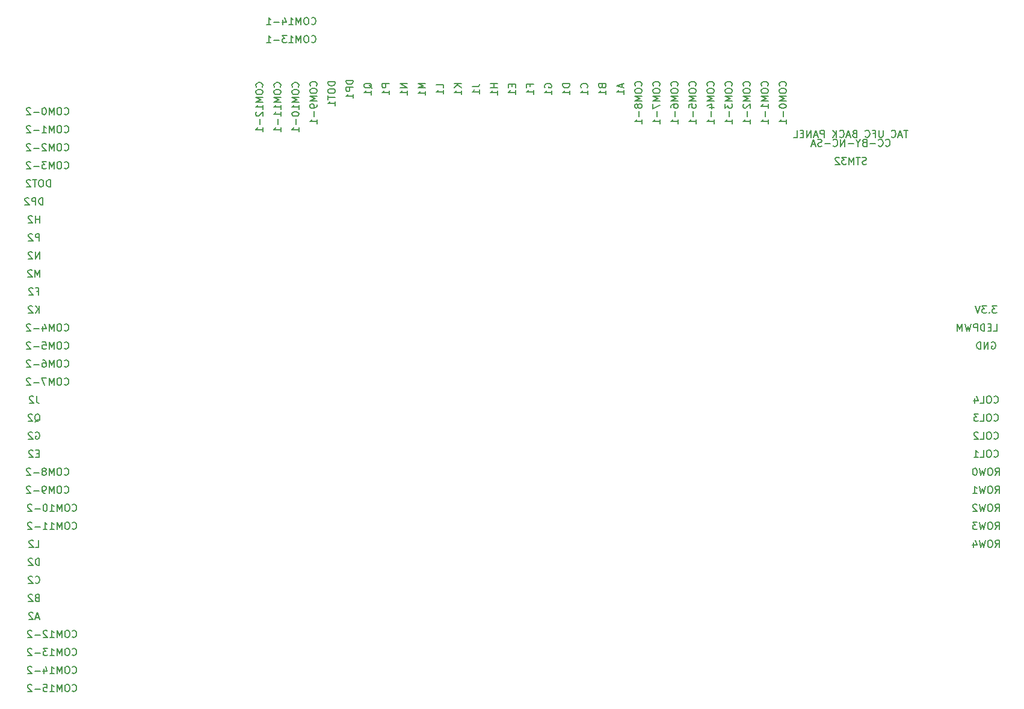
<source format=gbr>
%TF.GenerationSoftware,KiCad,Pcbnew,(5.1.9)-1*%
%TF.CreationDate,2021-05-14T23:56:10-04:00*%
%TF.ProjectId,backside,6261636b-7369-4646-952e-6b696361645f,rev?*%
%TF.SameCoordinates,Original*%
%TF.FileFunction,Legend,Bot*%
%TF.FilePolarity,Positive*%
%FSLAX46Y46*%
G04 Gerber Fmt 4.6, Leading zero omitted, Abs format (unit mm)*
G04 Created by KiCad (PCBNEW (5.1.9)-1) date 2021-05-14 23:56:10*
%MOMM*%
%LPD*%
G01*
G04 APERTURE LIST*
%ADD10C,0.150000*%
G04 APERTURE END LIST*
D10*
X107139761Y-61952142D02*
X107187380Y-61999761D01*
X107330238Y-62047380D01*
X107425476Y-62047380D01*
X107568333Y-61999761D01*
X107663571Y-61904523D01*
X107711190Y-61809285D01*
X107758809Y-61618809D01*
X107758809Y-61475952D01*
X107711190Y-61285476D01*
X107663571Y-61190238D01*
X107568333Y-61095000D01*
X107425476Y-61047380D01*
X107330238Y-61047380D01*
X107187380Y-61095000D01*
X107139761Y-61142619D01*
X106139761Y-61952142D02*
X106187380Y-61999761D01*
X106330238Y-62047380D01*
X106425476Y-62047380D01*
X106568333Y-61999761D01*
X106663571Y-61904523D01*
X106711190Y-61809285D01*
X106758809Y-61618809D01*
X106758809Y-61475952D01*
X106711190Y-61285476D01*
X106663571Y-61190238D01*
X106568333Y-61095000D01*
X106425476Y-61047380D01*
X106330238Y-61047380D01*
X106187380Y-61095000D01*
X106139761Y-61142619D01*
X105711190Y-61666428D02*
X104949285Y-61666428D01*
X104139761Y-61523571D02*
X103996904Y-61571190D01*
X103949285Y-61618809D01*
X103901666Y-61714047D01*
X103901666Y-61856904D01*
X103949285Y-61952142D01*
X103996904Y-61999761D01*
X104092142Y-62047380D01*
X104473095Y-62047380D01*
X104473095Y-61047380D01*
X104139761Y-61047380D01*
X104044523Y-61095000D01*
X103996904Y-61142619D01*
X103949285Y-61237857D01*
X103949285Y-61333095D01*
X103996904Y-61428333D01*
X104044523Y-61475952D01*
X104139761Y-61523571D01*
X104473095Y-61523571D01*
X103282619Y-61571190D02*
X103282619Y-62047380D01*
X103615952Y-61047380D02*
X103282619Y-61571190D01*
X102949285Y-61047380D01*
X102615952Y-61666428D02*
X101854047Y-61666428D01*
X101377857Y-62047380D02*
X101377857Y-61047380D01*
X100806428Y-62047380D01*
X100806428Y-61047380D01*
X99758809Y-61952142D02*
X99806428Y-61999761D01*
X99949285Y-62047380D01*
X100044523Y-62047380D01*
X100187380Y-61999761D01*
X100282619Y-61904523D01*
X100330238Y-61809285D01*
X100377857Y-61618809D01*
X100377857Y-61475952D01*
X100330238Y-61285476D01*
X100282619Y-61190238D01*
X100187380Y-61095000D01*
X100044523Y-61047380D01*
X99949285Y-61047380D01*
X99806428Y-61095000D01*
X99758809Y-61142619D01*
X99330238Y-61666428D02*
X98568333Y-61666428D01*
X98139761Y-61999761D02*
X97996904Y-62047380D01*
X97758809Y-62047380D01*
X97663571Y-61999761D01*
X97615952Y-61952142D01*
X97568333Y-61856904D01*
X97568333Y-61761666D01*
X97615952Y-61666428D01*
X97663571Y-61618809D01*
X97758809Y-61571190D01*
X97949285Y-61523571D01*
X98044523Y-61475952D01*
X98092142Y-61428333D01*
X98139761Y-61333095D01*
X98139761Y-61237857D01*
X98092142Y-61142619D01*
X98044523Y-61095000D01*
X97949285Y-61047380D01*
X97711190Y-61047380D01*
X97568333Y-61095000D01*
X97187380Y-61761666D02*
X96711190Y-61761666D01*
X97282619Y-62047380D02*
X96949285Y-61047380D01*
X96615952Y-62047380D01*
X104425476Y-64539761D02*
X104282619Y-64587380D01*
X104044523Y-64587380D01*
X103949285Y-64539761D01*
X103901666Y-64492142D01*
X103854047Y-64396904D01*
X103854047Y-64301666D01*
X103901666Y-64206428D01*
X103949285Y-64158809D01*
X104044523Y-64111190D01*
X104235000Y-64063571D01*
X104330238Y-64015952D01*
X104377857Y-63968333D01*
X104425476Y-63873095D01*
X104425476Y-63777857D01*
X104377857Y-63682619D01*
X104330238Y-63635000D01*
X104235000Y-63587380D01*
X103996904Y-63587380D01*
X103854047Y-63635000D01*
X103568333Y-63587380D02*
X102996904Y-63587380D01*
X103282619Y-64587380D02*
X103282619Y-63587380D01*
X102663571Y-64587380D02*
X102663571Y-63587380D01*
X102330238Y-64301666D01*
X101996904Y-63587380D01*
X101996904Y-64587380D01*
X101615952Y-63587380D02*
X100996904Y-63587380D01*
X101330238Y-63968333D01*
X101187380Y-63968333D01*
X101092142Y-64015952D01*
X101044523Y-64063571D01*
X100996904Y-64158809D01*
X100996904Y-64396904D01*
X101044523Y-64492142D01*
X101092142Y-64539761D01*
X101187380Y-64587380D01*
X101473095Y-64587380D01*
X101568333Y-64539761D01*
X101615952Y-64492142D01*
X100615952Y-63682619D02*
X100568333Y-63635000D01*
X100473095Y-63587380D01*
X100235000Y-63587380D01*
X100139761Y-63635000D01*
X100092142Y-63682619D01*
X100044523Y-63777857D01*
X100044523Y-63873095D01*
X100092142Y-64015952D01*
X100663571Y-64587380D01*
X100044523Y-64587380D01*
X122761190Y-84542380D02*
X122142142Y-84542380D01*
X122475476Y-84923333D01*
X122332619Y-84923333D01*
X122237380Y-84970952D01*
X122189761Y-85018571D01*
X122142142Y-85113809D01*
X122142142Y-85351904D01*
X122189761Y-85447142D01*
X122237380Y-85494761D01*
X122332619Y-85542380D01*
X122618333Y-85542380D01*
X122713571Y-85494761D01*
X122761190Y-85447142D01*
X121713571Y-85447142D02*
X121665952Y-85494761D01*
X121713571Y-85542380D01*
X121761190Y-85494761D01*
X121713571Y-85447142D01*
X121713571Y-85542380D01*
X121332619Y-84542380D02*
X120713571Y-84542380D01*
X121046904Y-84923333D01*
X120904047Y-84923333D01*
X120808809Y-84970952D01*
X120761190Y-85018571D01*
X120713571Y-85113809D01*
X120713571Y-85351904D01*
X120761190Y-85447142D01*
X120808809Y-85494761D01*
X120904047Y-85542380D01*
X121189761Y-85542380D01*
X121285000Y-85494761D01*
X121332619Y-85447142D01*
X120427857Y-84542380D02*
X120094523Y-85542380D01*
X119761190Y-84542380D01*
X122300714Y-88082380D02*
X122776904Y-88082380D01*
X122776904Y-87082380D01*
X121967380Y-87558571D02*
X121634047Y-87558571D01*
X121491190Y-88082380D02*
X121967380Y-88082380D01*
X121967380Y-87082380D01*
X121491190Y-87082380D01*
X121062619Y-88082380D02*
X121062619Y-87082380D01*
X120824523Y-87082380D01*
X120681666Y-87130000D01*
X120586428Y-87225238D01*
X120538809Y-87320476D01*
X120491190Y-87510952D01*
X120491190Y-87653809D01*
X120538809Y-87844285D01*
X120586428Y-87939523D01*
X120681666Y-88034761D01*
X120824523Y-88082380D01*
X121062619Y-88082380D01*
X120062619Y-88082380D02*
X120062619Y-87082380D01*
X119681666Y-87082380D01*
X119586428Y-87130000D01*
X119538809Y-87177619D01*
X119491190Y-87272857D01*
X119491190Y-87415714D01*
X119538809Y-87510952D01*
X119586428Y-87558571D01*
X119681666Y-87606190D01*
X120062619Y-87606190D01*
X119157857Y-87082380D02*
X118919761Y-88082380D01*
X118729285Y-87368095D01*
X118538809Y-88082380D01*
X118300714Y-87082380D01*
X117919761Y-88082380D02*
X117919761Y-87082380D01*
X117586428Y-87796666D01*
X117253095Y-87082380D01*
X117253095Y-88082380D01*
X122046904Y-89670000D02*
X122142142Y-89622380D01*
X122285000Y-89622380D01*
X122427857Y-89670000D01*
X122523095Y-89765238D01*
X122570714Y-89860476D01*
X122618333Y-90050952D01*
X122618333Y-90193809D01*
X122570714Y-90384285D01*
X122523095Y-90479523D01*
X122427857Y-90574761D01*
X122285000Y-90622380D01*
X122189761Y-90622380D01*
X122046904Y-90574761D01*
X121999285Y-90527142D01*
X121999285Y-90193809D01*
X122189761Y-90193809D01*
X121570714Y-90622380D02*
X121570714Y-89622380D01*
X120999285Y-90622380D01*
X120999285Y-89622380D01*
X120523095Y-90622380D02*
X120523095Y-89622380D01*
X120285000Y-89622380D01*
X120142142Y-89670000D01*
X120046904Y-89765238D01*
X119999285Y-89860476D01*
X119951666Y-90050952D01*
X119951666Y-90193809D01*
X119999285Y-90384285D01*
X120046904Y-90479523D01*
X120142142Y-90574761D01*
X120285000Y-90622380D01*
X120523095Y-90622380D01*
X122546904Y-118562380D02*
X122880238Y-118086190D01*
X123118333Y-118562380D02*
X123118333Y-117562380D01*
X122737380Y-117562380D01*
X122642142Y-117610000D01*
X122594523Y-117657619D01*
X122546904Y-117752857D01*
X122546904Y-117895714D01*
X122594523Y-117990952D01*
X122642142Y-118038571D01*
X122737380Y-118086190D01*
X123118333Y-118086190D01*
X121927857Y-117562380D02*
X121737380Y-117562380D01*
X121642142Y-117610000D01*
X121546904Y-117705238D01*
X121499285Y-117895714D01*
X121499285Y-118229047D01*
X121546904Y-118419523D01*
X121642142Y-118514761D01*
X121737380Y-118562380D01*
X121927857Y-118562380D01*
X122023095Y-118514761D01*
X122118333Y-118419523D01*
X122165952Y-118229047D01*
X122165952Y-117895714D01*
X122118333Y-117705238D01*
X122023095Y-117610000D01*
X121927857Y-117562380D01*
X121165952Y-117562380D02*
X120927857Y-118562380D01*
X120737380Y-117848095D01*
X120546904Y-118562380D01*
X120308809Y-117562380D01*
X119499285Y-117895714D02*
X119499285Y-118562380D01*
X119737380Y-117514761D02*
X119975476Y-118229047D01*
X119356428Y-118229047D01*
X122546904Y-116022380D02*
X122880238Y-115546190D01*
X123118333Y-116022380D02*
X123118333Y-115022380D01*
X122737380Y-115022380D01*
X122642142Y-115070000D01*
X122594523Y-115117619D01*
X122546904Y-115212857D01*
X122546904Y-115355714D01*
X122594523Y-115450952D01*
X122642142Y-115498571D01*
X122737380Y-115546190D01*
X123118333Y-115546190D01*
X121927857Y-115022380D02*
X121737380Y-115022380D01*
X121642142Y-115070000D01*
X121546904Y-115165238D01*
X121499285Y-115355714D01*
X121499285Y-115689047D01*
X121546904Y-115879523D01*
X121642142Y-115974761D01*
X121737380Y-116022380D01*
X121927857Y-116022380D01*
X122023095Y-115974761D01*
X122118333Y-115879523D01*
X122165952Y-115689047D01*
X122165952Y-115355714D01*
X122118333Y-115165238D01*
X122023095Y-115070000D01*
X121927857Y-115022380D01*
X121165952Y-115022380D02*
X120927857Y-116022380D01*
X120737380Y-115308095D01*
X120546904Y-116022380D01*
X120308809Y-115022380D01*
X120023095Y-115022380D02*
X119404047Y-115022380D01*
X119737380Y-115403333D01*
X119594523Y-115403333D01*
X119499285Y-115450952D01*
X119451666Y-115498571D01*
X119404047Y-115593809D01*
X119404047Y-115831904D01*
X119451666Y-115927142D01*
X119499285Y-115974761D01*
X119594523Y-116022380D01*
X119880238Y-116022380D01*
X119975476Y-115974761D01*
X120023095Y-115927142D01*
X122546904Y-113482380D02*
X122880238Y-113006190D01*
X123118333Y-113482380D02*
X123118333Y-112482380D01*
X122737380Y-112482380D01*
X122642142Y-112530000D01*
X122594523Y-112577619D01*
X122546904Y-112672857D01*
X122546904Y-112815714D01*
X122594523Y-112910952D01*
X122642142Y-112958571D01*
X122737380Y-113006190D01*
X123118333Y-113006190D01*
X121927857Y-112482380D02*
X121737380Y-112482380D01*
X121642142Y-112530000D01*
X121546904Y-112625238D01*
X121499285Y-112815714D01*
X121499285Y-113149047D01*
X121546904Y-113339523D01*
X121642142Y-113434761D01*
X121737380Y-113482380D01*
X121927857Y-113482380D01*
X122023095Y-113434761D01*
X122118333Y-113339523D01*
X122165952Y-113149047D01*
X122165952Y-112815714D01*
X122118333Y-112625238D01*
X122023095Y-112530000D01*
X121927857Y-112482380D01*
X121165952Y-112482380D02*
X120927857Y-113482380D01*
X120737380Y-112768095D01*
X120546904Y-113482380D01*
X120308809Y-112482380D01*
X119975476Y-112577619D02*
X119927857Y-112530000D01*
X119832619Y-112482380D01*
X119594523Y-112482380D01*
X119499285Y-112530000D01*
X119451666Y-112577619D01*
X119404047Y-112672857D01*
X119404047Y-112768095D01*
X119451666Y-112910952D01*
X120023095Y-113482380D01*
X119404047Y-113482380D01*
X122546904Y-110942380D02*
X122880238Y-110466190D01*
X123118333Y-110942380D02*
X123118333Y-109942380D01*
X122737380Y-109942380D01*
X122642142Y-109990000D01*
X122594523Y-110037619D01*
X122546904Y-110132857D01*
X122546904Y-110275714D01*
X122594523Y-110370952D01*
X122642142Y-110418571D01*
X122737380Y-110466190D01*
X123118333Y-110466190D01*
X121927857Y-109942380D02*
X121737380Y-109942380D01*
X121642142Y-109990000D01*
X121546904Y-110085238D01*
X121499285Y-110275714D01*
X121499285Y-110609047D01*
X121546904Y-110799523D01*
X121642142Y-110894761D01*
X121737380Y-110942380D01*
X121927857Y-110942380D01*
X122023095Y-110894761D01*
X122118333Y-110799523D01*
X122165952Y-110609047D01*
X122165952Y-110275714D01*
X122118333Y-110085238D01*
X122023095Y-109990000D01*
X121927857Y-109942380D01*
X121165952Y-109942380D02*
X120927857Y-110942380D01*
X120737380Y-110228095D01*
X120546904Y-110942380D01*
X120308809Y-109942380D01*
X119404047Y-110942380D02*
X119975476Y-110942380D01*
X119689761Y-110942380D02*
X119689761Y-109942380D01*
X119785000Y-110085238D01*
X119880238Y-110180476D01*
X119975476Y-110228095D01*
X122546904Y-108402380D02*
X122880238Y-107926190D01*
X123118333Y-108402380D02*
X123118333Y-107402380D01*
X122737380Y-107402380D01*
X122642142Y-107450000D01*
X122594523Y-107497619D01*
X122546904Y-107592857D01*
X122546904Y-107735714D01*
X122594523Y-107830952D01*
X122642142Y-107878571D01*
X122737380Y-107926190D01*
X123118333Y-107926190D01*
X121927857Y-107402380D02*
X121737380Y-107402380D01*
X121642142Y-107450000D01*
X121546904Y-107545238D01*
X121499285Y-107735714D01*
X121499285Y-108069047D01*
X121546904Y-108259523D01*
X121642142Y-108354761D01*
X121737380Y-108402380D01*
X121927857Y-108402380D01*
X122023095Y-108354761D01*
X122118333Y-108259523D01*
X122165952Y-108069047D01*
X122165952Y-107735714D01*
X122118333Y-107545238D01*
X122023095Y-107450000D01*
X121927857Y-107402380D01*
X121165952Y-107402380D02*
X120927857Y-108402380D01*
X120737380Y-107688095D01*
X120546904Y-108402380D01*
X120308809Y-107402380D01*
X119737380Y-107402380D02*
X119642142Y-107402380D01*
X119546904Y-107450000D01*
X119499285Y-107497619D01*
X119451666Y-107592857D01*
X119404047Y-107783333D01*
X119404047Y-108021428D01*
X119451666Y-108211904D01*
X119499285Y-108307142D01*
X119546904Y-108354761D01*
X119642142Y-108402380D01*
X119737380Y-108402380D01*
X119832619Y-108354761D01*
X119880238Y-108307142D01*
X119927857Y-108211904D01*
X119975476Y-108021428D01*
X119975476Y-107783333D01*
X119927857Y-107592857D01*
X119880238Y-107497619D01*
X119832619Y-107450000D01*
X119737380Y-107402380D01*
X122380238Y-105767142D02*
X122427857Y-105814761D01*
X122570714Y-105862380D01*
X122665952Y-105862380D01*
X122808809Y-105814761D01*
X122904047Y-105719523D01*
X122951666Y-105624285D01*
X122999285Y-105433809D01*
X122999285Y-105290952D01*
X122951666Y-105100476D01*
X122904047Y-105005238D01*
X122808809Y-104910000D01*
X122665952Y-104862380D01*
X122570714Y-104862380D01*
X122427857Y-104910000D01*
X122380238Y-104957619D01*
X121761190Y-104862380D02*
X121570714Y-104862380D01*
X121475476Y-104910000D01*
X121380238Y-105005238D01*
X121332619Y-105195714D01*
X121332619Y-105529047D01*
X121380238Y-105719523D01*
X121475476Y-105814761D01*
X121570714Y-105862380D01*
X121761190Y-105862380D01*
X121856428Y-105814761D01*
X121951666Y-105719523D01*
X121999285Y-105529047D01*
X121999285Y-105195714D01*
X121951666Y-105005238D01*
X121856428Y-104910000D01*
X121761190Y-104862380D01*
X120427857Y-105862380D02*
X120904047Y-105862380D01*
X120904047Y-104862380D01*
X119570714Y-105862380D02*
X120142142Y-105862380D01*
X119856428Y-105862380D02*
X119856428Y-104862380D01*
X119951666Y-105005238D01*
X120046904Y-105100476D01*
X120142142Y-105148095D01*
X122380238Y-103227142D02*
X122427857Y-103274761D01*
X122570714Y-103322380D01*
X122665952Y-103322380D01*
X122808809Y-103274761D01*
X122904047Y-103179523D01*
X122951666Y-103084285D01*
X122999285Y-102893809D01*
X122999285Y-102750952D01*
X122951666Y-102560476D01*
X122904047Y-102465238D01*
X122808809Y-102370000D01*
X122665952Y-102322380D01*
X122570714Y-102322380D01*
X122427857Y-102370000D01*
X122380238Y-102417619D01*
X121761190Y-102322380D02*
X121570714Y-102322380D01*
X121475476Y-102370000D01*
X121380238Y-102465238D01*
X121332619Y-102655714D01*
X121332619Y-102989047D01*
X121380238Y-103179523D01*
X121475476Y-103274761D01*
X121570714Y-103322380D01*
X121761190Y-103322380D01*
X121856428Y-103274761D01*
X121951666Y-103179523D01*
X121999285Y-102989047D01*
X121999285Y-102655714D01*
X121951666Y-102465238D01*
X121856428Y-102370000D01*
X121761190Y-102322380D01*
X120427857Y-103322380D02*
X120904047Y-103322380D01*
X120904047Y-102322380D01*
X120142142Y-102417619D02*
X120094523Y-102370000D01*
X119999285Y-102322380D01*
X119761190Y-102322380D01*
X119665952Y-102370000D01*
X119618333Y-102417619D01*
X119570714Y-102512857D01*
X119570714Y-102608095D01*
X119618333Y-102750952D01*
X120189761Y-103322380D01*
X119570714Y-103322380D01*
X122380238Y-100687142D02*
X122427857Y-100734761D01*
X122570714Y-100782380D01*
X122665952Y-100782380D01*
X122808809Y-100734761D01*
X122904047Y-100639523D01*
X122951666Y-100544285D01*
X122999285Y-100353809D01*
X122999285Y-100210952D01*
X122951666Y-100020476D01*
X122904047Y-99925238D01*
X122808809Y-99830000D01*
X122665952Y-99782380D01*
X122570714Y-99782380D01*
X122427857Y-99830000D01*
X122380238Y-99877619D01*
X121761190Y-99782380D02*
X121570714Y-99782380D01*
X121475476Y-99830000D01*
X121380238Y-99925238D01*
X121332619Y-100115714D01*
X121332619Y-100449047D01*
X121380238Y-100639523D01*
X121475476Y-100734761D01*
X121570714Y-100782380D01*
X121761190Y-100782380D01*
X121856428Y-100734761D01*
X121951666Y-100639523D01*
X121999285Y-100449047D01*
X121999285Y-100115714D01*
X121951666Y-99925238D01*
X121856428Y-99830000D01*
X121761190Y-99782380D01*
X120427857Y-100782380D02*
X120904047Y-100782380D01*
X120904047Y-99782380D01*
X120189761Y-99782380D02*
X119570714Y-99782380D01*
X119904047Y-100163333D01*
X119761190Y-100163333D01*
X119665952Y-100210952D01*
X119618333Y-100258571D01*
X119570714Y-100353809D01*
X119570714Y-100591904D01*
X119618333Y-100687142D01*
X119665952Y-100734761D01*
X119761190Y-100782380D01*
X120046904Y-100782380D01*
X120142142Y-100734761D01*
X120189761Y-100687142D01*
X122380238Y-98147142D02*
X122427857Y-98194761D01*
X122570714Y-98242380D01*
X122665952Y-98242380D01*
X122808809Y-98194761D01*
X122904047Y-98099523D01*
X122951666Y-98004285D01*
X122999285Y-97813809D01*
X122999285Y-97670952D01*
X122951666Y-97480476D01*
X122904047Y-97385238D01*
X122808809Y-97290000D01*
X122665952Y-97242380D01*
X122570714Y-97242380D01*
X122427857Y-97290000D01*
X122380238Y-97337619D01*
X121761190Y-97242380D02*
X121570714Y-97242380D01*
X121475476Y-97290000D01*
X121380238Y-97385238D01*
X121332619Y-97575714D01*
X121332619Y-97909047D01*
X121380238Y-98099523D01*
X121475476Y-98194761D01*
X121570714Y-98242380D01*
X121761190Y-98242380D01*
X121856428Y-98194761D01*
X121951666Y-98099523D01*
X121999285Y-97909047D01*
X121999285Y-97575714D01*
X121951666Y-97385238D01*
X121856428Y-97290000D01*
X121761190Y-97242380D01*
X120427857Y-98242380D02*
X120904047Y-98242380D01*
X120904047Y-97242380D01*
X119665952Y-97575714D02*
X119665952Y-98242380D01*
X119904047Y-97194761D02*
X120142142Y-97909047D01*
X119523095Y-97909047D01*
X-7326666Y-138787142D02*
X-7279047Y-138834761D01*
X-7136190Y-138882380D01*
X-7040952Y-138882380D01*
X-6898095Y-138834761D01*
X-6802857Y-138739523D01*
X-6755238Y-138644285D01*
X-6707619Y-138453809D01*
X-6707619Y-138310952D01*
X-6755238Y-138120476D01*
X-6802857Y-138025238D01*
X-6898095Y-137930000D01*
X-7040952Y-137882380D01*
X-7136190Y-137882380D01*
X-7279047Y-137930000D01*
X-7326666Y-137977619D01*
X-7945714Y-137882380D02*
X-8136190Y-137882380D01*
X-8231428Y-137930000D01*
X-8326666Y-138025238D01*
X-8374285Y-138215714D01*
X-8374285Y-138549047D01*
X-8326666Y-138739523D01*
X-8231428Y-138834761D01*
X-8136190Y-138882380D01*
X-7945714Y-138882380D01*
X-7850476Y-138834761D01*
X-7755238Y-138739523D01*
X-7707619Y-138549047D01*
X-7707619Y-138215714D01*
X-7755238Y-138025238D01*
X-7850476Y-137930000D01*
X-7945714Y-137882380D01*
X-8802857Y-138882380D02*
X-8802857Y-137882380D01*
X-9136190Y-138596666D01*
X-9469523Y-137882380D01*
X-9469523Y-138882380D01*
X-10469523Y-138882380D02*
X-9898095Y-138882380D01*
X-10183809Y-138882380D02*
X-10183809Y-137882380D01*
X-10088571Y-138025238D01*
X-9993333Y-138120476D01*
X-9898095Y-138168095D01*
X-11374285Y-137882380D02*
X-10898095Y-137882380D01*
X-10850476Y-138358571D01*
X-10898095Y-138310952D01*
X-10993333Y-138263333D01*
X-11231428Y-138263333D01*
X-11326666Y-138310952D01*
X-11374285Y-138358571D01*
X-11421904Y-138453809D01*
X-11421904Y-138691904D01*
X-11374285Y-138787142D01*
X-11326666Y-138834761D01*
X-11231428Y-138882380D01*
X-10993333Y-138882380D01*
X-10898095Y-138834761D01*
X-10850476Y-138787142D01*
X-11850476Y-138501428D02*
X-12612380Y-138501428D01*
X-13040952Y-137977619D02*
X-13088571Y-137930000D01*
X-13183809Y-137882380D01*
X-13421904Y-137882380D01*
X-13517142Y-137930000D01*
X-13564761Y-137977619D01*
X-13612380Y-138072857D01*
X-13612380Y-138168095D01*
X-13564761Y-138310952D01*
X-12993333Y-138882380D01*
X-13612380Y-138882380D01*
X-7326666Y-136247142D02*
X-7279047Y-136294761D01*
X-7136190Y-136342380D01*
X-7040952Y-136342380D01*
X-6898095Y-136294761D01*
X-6802857Y-136199523D01*
X-6755238Y-136104285D01*
X-6707619Y-135913809D01*
X-6707619Y-135770952D01*
X-6755238Y-135580476D01*
X-6802857Y-135485238D01*
X-6898095Y-135390000D01*
X-7040952Y-135342380D01*
X-7136190Y-135342380D01*
X-7279047Y-135390000D01*
X-7326666Y-135437619D01*
X-7945714Y-135342380D02*
X-8136190Y-135342380D01*
X-8231428Y-135390000D01*
X-8326666Y-135485238D01*
X-8374285Y-135675714D01*
X-8374285Y-136009047D01*
X-8326666Y-136199523D01*
X-8231428Y-136294761D01*
X-8136190Y-136342380D01*
X-7945714Y-136342380D01*
X-7850476Y-136294761D01*
X-7755238Y-136199523D01*
X-7707619Y-136009047D01*
X-7707619Y-135675714D01*
X-7755238Y-135485238D01*
X-7850476Y-135390000D01*
X-7945714Y-135342380D01*
X-8802857Y-136342380D02*
X-8802857Y-135342380D01*
X-9136190Y-136056666D01*
X-9469523Y-135342380D01*
X-9469523Y-136342380D01*
X-10469523Y-136342380D02*
X-9898095Y-136342380D01*
X-10183809Y-136342380D02*
X-10183809Y-135342380D01*
X-10088571Y-135485238D01*
X-9993333Y-135580476D01*
X-9898095Y-135628095D01*
X-11326666Y-135675714D02*
X-11326666Y-136342380D01*
X-11088571Y-135294761D02*
X-10850476Y-136009047D01*
X-11469523Y-136009047D01*
X-11850476Y-135961428D02*
X-12612380Y-135961428D01*
X-13040952Y-135437619D02*
X-13088571Y-135390000D01*
X-13183809Y-135342380D01*
X-13421904Y-135342380D01*
X-13517142Y-135390000D01*
X-13564761Y-135437619D01*
X-13612380Y-135532857D01*
X-13612380Y-135628095D01*
X-13564761Y-135770952D01*
X-12993333Y-136342380D01*
X-13612380Y-136342380D01*
X-7326666Y-133707142D02*
X-7279047Y-133754761D01*
X-7136190Y-133802380D01*
X-7040952Y-133802380D01*
X-6898095Y-133754761D01*
X-6802857Y-133659523D01*
X-6755238Y-133564285D01*
X-6707619Y-133373809D01*
X-6707619Y-133230952D01*
X-6755238Y-133040476D01*
X-6802857Y-132945238D01*
X-6898095Y-132850000D01*
X-7040952Y-132802380D01*
X-7136190Y-132802380D01*
X-7279047Y-132850000D01*
X-7326666Y-132897619D01*
X-7945714Y-132802380D02*
X-8136190Y-132802380D01*
X-8231428Y-132850000D01*
X-8326666Y-132945238D01*
X-8374285Y-133135714D01*
X-8374285Y-133469047D01*
X-8326666Y-133659523D01*
X-8231428Y-133754761D01*
X-8136190Y-133802380D01*
X-7945714Y-133802380D01*
X-7850476Y-133754761D01*
X-7755238Y-133659523D01*
X-7707619Y-133469047D01*
X-7707619Y-133135714D01*
X-7755238Y-132945238D01*
X-7850476Y-132850000D01*
X-7945714Y-132802380D01*
X-8802857Y-133802380D02*
X-8802857Y-132802380D01*
X-9136190Y-133516666D01*
X-9469523Y-132802380D01*
X-9469523Y-133802380D01*
X-10469523Y-133802380D02*
X-9898095Y-133802380D01*
X-10183809Y-133802380D02*
X-10183809Y-132802380D01*
X-10088571Y-132945238D01*
X-9993333Y-133040476D01*
X-9898095Y-133088095D01*
X-10802857Y-132802380D02*
X-11421904Y-132802380D01*
X-11088571Y-133183333D01*
X-11231428Y-133183333D01*
X-11326666Y-133230952D01*
X-11374285Y-133278571D01*
X-11421904Y-133373809D01*
X-11421904Y-133611904D01*
X-11374285Y-133707142D01*
X-11326666Y-133754761D01*
X-11231428Y-133802380D01*
X-10945714Y-133802380D01*
X-10850476Y-133754761D01*
X-10802857Y-133707142D01*
X-11850476Y-133421428D02*
X-12612380Y-133421428D01*
X-13040952Y-132897619D02*
X-13088571Y-132850000D01*
X-13183809Y-132802380D01*
X-13421904Y-132802380D01*
X-13517142Y-132850000D01*
X-13564761Y-132897619D01*
X-13612380Y-132992857D01*
X-13612380Y-133088095D01*
X-13564761Y-133230952D01*
X-12993333Y-133802380D01*
X-13612380Y-133802380D01*
X-7326666Y-131167142D02*
X-7279047Y-131214761D01*
X-7136190Y-131262380D01*
X-7040952Y-131262380D01*
X-6898095Y-131214761D01*
X-6802857Y-131119523D01*
X-6755238Y-131024285D01*
X-6707619Y-130833809D01*
X-6707619Y-130690952D01*
X-6755238Y-130500476D01*
X-6802857Y-130405238D01*
X-6898095Y-130310000D01*
X-7040952Y-130262380D01*
X-7136190Y-130262380D01*
X-7279047Y-130310000D01*
X-7326666Y-130357619D01*
X-7945714Y-130262380D02*
X-8136190Y-130262380D01*
X-8231428Y-130310000D01*
X-8326666Y-130405238D01*
X-8374285Y-130595714D01*
X-8374285Y-130929047D01*
X-8326666Y-131119523D01*
X-8231428Y-131214761D01*
X-8136190Y-131262380D01*
X-7945714Y-131262380D01*
X-7850476Y-131214761D01*
X-7755238Y-131119523D01*
X-7707619Y-130929047D01*
X-7707619Y-130595714D01*
X-7755238Y-130405238D01*
X-7850476Y-130310000D01*
X-7945714Y-130262380D01*
X-8802857Y-131262380D02*
X-8802857Y-130262380D01*
X-9136190Y-130976666D01*
X-9469523Y-130262380D01*
X-9469523Y-131262380D01*
X-10469523Y-131262380D02*
X-9898095Y-131262380D01*
X-10183809Y-131262380D02*
X-10183809Y-130262380D01*
X-10088571Y-130405238D01*
X-9993333Y-130500476D01*
X-9898095Y-130548095D01*
X-10850476Y-130357619D02*
X-10898095Y-130310000D01*
X-10993333Y-130262380D01*
X-11231428Y-130262380D01*
X-11326666Y-130310000D01*
X-11374285Y-130357619D01*
X-11421904Y-130452857D01*
X-11421904Y-130548095D01*
X-11374285Y-130690952D01*
X-10802857Y-131262380D01*
X-11421904Y-131262380D01*
X-11850476Y-130881428D02*
X-12612380Y-130881428D01*
X-13040952Y-130357619D02*
X-13088571Y-130310000D01*
X-13183809Y-130262380D01*
X-13421904Y-130262380D01*
X-13517142Y-130310000D01*
X-13564761Y-130357619D01*
X-13612380Y-130452857D01*
X-13612380Y-130548095D01*
X-13564761Y-130690952D01*
X-12993333Y-131262380D01*
X-13612380Y-131262380D01*
X-11985714Y-128436666D02*
X-12461904Y-128436666D01*
X-11890476Y-128722380D02*
X-12223809Y-127722380D01*
X-12557142Y-128722380D01*
X-12842857Y-127817619D02*
X-12890476Y-127770000D01*
X-12985714Y-127722380D01*
X-13223809Y-127722380D01*
X-13319047Y-127770000D01*
X-13366666Y-127817619D01*
X-13414285Y-127912857D01*
X-13414285Y-128008095D01*
X-13366666Y-128150952D01*
X-12795238Y-128722380D01*
X-13414285Y-128722380D01*
X-12295238Y-125658571D02*
X-12438095Y-125706190D01*
X-12485714Y-125753809D01*
X-12533333Y-125849047D01*
X-12533333Y-125991904D01*
X-12485714Y-126087142D01*
X-12438095Y-126134761D01*
X-12342857Y-126182380D01*
X-11961904Y-126182380D01*
X-11961904Y-125182380D01*
X-12295238Y-125182380D01*
X-12390476Y-125230000D01*
X-12438095Y-125277619D01*
X-12485714Y-125372857D01*
X-12485714Y-125468095D01*
X-12438095Y-125563333D01*
X-12390476Y-125610952D01*
X-12295238Y-125658571D01*
X-11961904Y-125658571D01*
X-12914285Y-125277619D02*
X-12961904Y-125230000D01*
X-13057142Y-125182380D01*
X-13295238Y-125182380D01*
X-13390476Y-125230000D01*
X-13438095Y-125277619D01*
X-13485714Y-125372857D01*
X-13485714Y-125468095D01*
X-13438095Y-125610952D01*
X-12866666Y-126182380D01*
X-13485714Y-126182380D01*
X-12533333Y-123547142D02*
X-12485714Y-123594761D01*
X-12342857Y-123642380D01*
X-12247619Y-123642380D01*
X-12104761Y-123594761D01*
X-12009523Y-123499523D01*
X-11961904Y-123404285D01*
X-11914285Y-123213809D01*
X-11914285Y-123070952D01*
X-11961904Y-122880476D01*
X-12009523Y-122785238D01*
X-12104761Y-122690000D01*
X-12247619Y-122642380D01*
X-12342857Y-122642380D01*
X-12485714Y-122690000D01*
X-12533333Y-122737619D01*
X-12914285Y-122737619D02*
X-12961904Y-122690000D01*
X-13057142Y-122642380D01*
X-13295238Y-122642380D01*
X-13390476Y-122690000D01*
X-13438095Y-122737619D01*
X-13485714Y-122832857D01*
X-13485714Y-122928095D01*
X-13438095Y-123070952D01*
X-12866666Y-123642380D01*
X-13485714Y-123642380D01*
X-11961904Y-121102380D02*
X-11961904Y-120102380D01*
X-12200000Y-120102380D01*
X-12342857Y-120150000D01*
X-12438095Y-120245238D01*
X-12485714Y-120340476D01*
X-12533333Y-120530952D01*
X-12533333Y-120673809D01*
X-12485714Y-120864285D01*
X-12438095Y-120959523D01*
X-12342857Y-121054761D01*
X-12200000Y-121102380D01*
X-11961904Y-121102380D01*
X-12914285Y-120197619D02*
X-12961904Y-120150000D01*
X-13057142Y-120102380D01*
X-13295238Y-120102380D01*
X-13390476Y-120150000D01*
X-13438095Y-120197619D01*
X-13485714Y-120292857D01*
X-13485714Y-120388095D01*
X-13438095Y-120530952D01*
X-12866666Y-121102380D01*
X-13485714Y-121102380D01*
X-12533333Y-118562380D02*
X-12057142Y-118562380D01*
X-12057142Y-117562380D01*
X-12819047Y-117657619D02*
X-12866666Y-117610000D01*
X-12961904Y-117562380D01*
X-13200000Y-117562380D01*
X-13295238Y-117610000D01*
X-13342857Y-117657619D01*
X-13390476Y-117752857D01*
X-13390476Y-117848095D01*
X-13342857Y-117990952D01*
X-12771428Y-118562380D01*
X-13390476Y-118562380D01*
X-7326666Y-115927142D02*
X-7279047Y-115974761D01*
X-7136190Y-116022380D01*
X-7040952Y-116022380D01*
X-6898095Y-115974761D01*
X-6802857Y-115879523D01*
X-6755238Y-115784285D01*
X-6707619Y-115593809D01*
X-6707619Y-115450952D01*
X-6755238Y-115260476D01*
X-6802857Y-115165238D01*
X-6898095Y-115070000D01*
X-7040952Y-115022380D01*
X-7136190Y-115022380D01*
X-7279047Y-115070000D01*
X-7326666Y-115117619D01*
X-7945714Y-115022380D02*
X-8136190Y-115022380D01*
X-8231428Y-115070000D01*
X-8326666Y-115165238D01*
X-8374285Y-115355714D01*
X-8374285Y-115689047D01*
X-8326666Y-115879523D01*
X-8231428Y-115974761D01*
X-8136190Y-116022380D01*
X-7945714Y-116022380D01*
X-7850476Y-115974761D01*
X-7755238Y-115879523D01*
X-7707619Y-115689047D01*
X-7707619Y-115355714D01*
X-7755238Y-115165238D01*
X-7850476Y-115070000D01*
X-7945714Y-115022380D01*
X-8802857Y-116022380D02*
X-8802857Y-115022380D01*
X-9136190Y-115736666D01*
X-9469523Y-115022380D01*
X-9469523Y-116022380D01*
X-10469523Y-116022380D02*
X-9898095Y-116022380D01*
X-10183809Y-116022380D02*
X-10183809Y-115022380D01*
X-10088571Y-115165238D01*
X-9993333Y-115260476D01*
X-9898095Y-115308095D01*
X-11421904Y-116022380D02*
X-10850476Y-116022380D01*
X-11136190Y-116022380D02*
X-11136190Y-115022380D01*
X-11040952Y-115165238D01*
X-10945714Y-115260476D01*
X-10850476Y-115308095D01*
X-11850476Y-115641428D02*
X-12612380Y-115641428D01*
X-13040952Y-115117619D02*
X-13088571Y-115070000D01*
X-13183809Y-115022380D01*
X-13421904Y-115022380D01*
X-13517142Y-115070000D01*
X-13564761Y-115117619D01*
X-13612380Y-115212857D01*
X-13612380Y-115308095D01*
X-13564761Y-115450952D01*
X-12993333Y-116022380D01*
X-13612380Y-116022380D01*
X-7326666Y-113387142D02*
X-7279047Y-113434761D01*
X-7136190Y-113482380D01*
X-7040952Y-113482380D01*
X-6898095Y-113434761D01*
X-6802857Y-113339523D01*
X-6755238Y-113244285D01*
X-6707619Y-113053809D01*
X-6707619Y-112910952D01*
X-6755238Y-112720476D01*
X-6802857Y-112625238D01*
X-6898095Y-112530000D01*
X-7040952Y-112482380D01*
X-7136190Y-112482380D01*
X-7279047Y-112530000D01*
X-7326666Y-112577619D01*
X-7945714Y-112482380D02*
X-8136190Y-112482380D01*
X-8231428Y-112530000D01*
X-8326666Y-112625238D01*
X-8374285Y-112815714D01*
X-8374285Y-113149047D01*
X-8326666Y-113339523D01*
X-8231428Y-113434761D01*
X-8136190Y-113482380D01*
X-7945714Y-113482380D01*
X-7850476Y-113434761D01*
X-7755238Y-113339523D01*
X-7707619Y-113149047D01*
X-7707619Y-112815714D01*
X-7755238Y-112625238D01*
X-7850476Y-112530000D01*
X-7945714Y-112482380D01*
X-8802857Y-113482380D02*
X-8802857Y-112482380D01*
X-9136190Y-113196666D01*
X-9469523Y-112482380D01*
X-9469523Y-113482380D01*
X-10469523Y-113482380D02*
X-9898095Y-113482380D01*
X-10183809Y-113482380D02*
X-10183809Y-112482380D01*
X-10088571Y-112625238D01*
X-9993333Y-112720476D01*
X-9898095Y-112768095D01*
X-11088571Y-112482380D02*
X-11183809Y-112482380D01*
X-11279047Y-112530000D01*
X-11326666Y-112577619D01*
X-11374285Y-112672857D01*
X-11421904Y-112863333D01*
X-11421904Y-113101428D01*
X-11374285Y-113291904D01*
X-11326666Y-113387142D01*
X-11279047Y-113434761D01*
X-11183809Y-113482380D01*
X-11088571Y-113482380D01*
X-10993333Y-113434761D01*
X-10945714Y-113387142D01*
X-10898095Y-113291904D01*
X-10850476Y-113101428D01*
X-10850476Y-112863333D01*
X-10898095Y-112672857D01*
X-10945714Y-112577619D01*
X-10993333Y-112530000D01*
X-11088571Y-112482380D01*
X-11850476Y-113101428D02*
X-12612380Y-113101428D01*
X-13040952Y-112577619D02*
X-13088571Y-112530000D01*
X-13183809Y-112482380D01*
X-13421904Y-112482380D01*
X-13517142Y-112530000D01*
X-13564761Y-112577619D01*
X-13612380Y-112672857D01*
X-13612380Y-112768095D01*
X-13564761Y-112910952D01*
X-12993333Y-113482380D01*
X-13612380Y-113482380D01*
X-8437857Y-110847142D02*
X-8390238Y-110894761D01*
X-8247380Y-110942380D01*
X-8152142Y-110942380D01*
X-8009285Y-110894761D01*
X-7914047Y-110799523D01*
X-7866428Y-110704285D01*
X-7818809Y-110513809D01*
X-7818809Y-110370952D01*
X-7866428Y-110180476D01*
X-7914047Y-110085238D01*
X-8009285Y-109990000D01*
X-8152142Y-109942380D01*
X-8247380Y-109942380D01*
X-8390238Y-109990000D01*
X-8437857Y-110037619D01*
X-9056904Y-109942380D02*
X-9247380Y-109942380D01*
X-9342619Y-109990000D01*
X-9437857Y-110085238D01*
X-9485476Y-110275714D01*
X-9485476Y-110609047D01*
X-9437857Y-110799523D01*
X-9342619Y-110894761D01*
X-9247380Y-110942380D01*
X-9056904Y-110942380D01*
X-8961666Y-110894761D01*
X-8866428Y-110799523D01*
X-8818809Y-110609047D01*
X-8818809Y-110275714D01*
X-8866428Y-110085238D01*
X-8961666Y-109990000D01*
X-9056904Y-109942380D01*
X-9914047Y-110942380D02*
X-9914047Y-109942380D01*
X-10247380Y-110656666D01*
X-10580714Y-109942380D01*
X-10580714Y-110942380D01*
X-11104523Y-110942380D02*
X-11295000Y-110942380D01*
X-11390238Y-110894761D01*
X-11437857Y-110847142D01*
X-11533095Y-110704285D01*
X-11580714Y-110513809D01*
X-11580714Y-110132857D01*
X-11533095Y-110037619D01*
X-11485476Y-109990000D01*
X-11390238Y-109942380D01*
X-11199761Y-109942380D01*
X-11104523Y-109990000D01*
X-11056904Y-110037619D01*
X-11009285Y-110132857D01*
X-11009285Y-110370952D01*
X-11056904Y-110466190D01*
X-11104523Y-110513809D01*
X-11199761Y-110561428D01*
X-11390238Y-110561428D01*
X-11485476Y-110513809D01*
X-11533095Y-110466190D01*
X-11580714Y-110370952D01*
X-12009285Y-110561428D02*
X-12771190Y-110561428D01*
X-13199761Y-110037619D02*
X-13247380Y-109990000D01*
X-13342619Y-109942380D01*
X-13580714Y-109942380D01*
X-13675952Y-109990000D01*
X-13723571Y-110037619D01*
X-13771190Y-110132857D01*
X-13771190Y-110228095D01*
X-13723571Y-110370952D01*
X-13152142Y-110942380D01*
X-13771190Y-110942380D01*
X-8437857Y-108307142D02*
X-8390238Y-108354761D01*
X-8247380Y-108402380D01*
X-8152142Y-108402380D01*
X-8009285Y-108354761D01*
X-7914047Y-108259523D01*
X-7866428Y-108164285D01*
X-7818809Y-107973809D01*
X-7818809Y-107830952D01*
X-7866428Y-107640476D01*
X-7914047Y-107545238D01*
X-8009285Y-107450000D01*
X-8152142Y-107402380D01*
X-8247380Y-107402380D01*
X-8390238Y-107450000D01*
X-8437857Y-107497619D01*
X-9056904Y-107402380D02*
X-9247380Y-107402380D01*
X-9342619Y-107450000D01*
X-9437857Y-107545238D01*
X-9485476Y-107735714D01*
X-9485476Y-108069047D01*
X-9437857Y-108259523D01*
X-9342619Y-108354761D01*
X-9247380Y-108402380D01*
X-9056904Y-108402380D01*
X-8961666Y-108354761D01*
X-8866428Y-108259523D01*
X-8818809Y-108069047D01*
X-8818809Y-107735714D01*
X-8866428Y-107545238D01*
X-8961666Y-107450000D01*
X-9056904Y-107402380D01*
X-9914047Y-108402380D02*
X-9914047Y-107402380D01*
X-10247380Y-108116666D01*
X-10580714Y-107402380D01*
X-10580714Y-108402380D01*
X-11199761Y-107830952D02*
X-11104523Y-107783333D01*
X-11056904Y-107735714D01*
X-11009285Y-107640476D01*
X-11009285Y-107592857D01*
X-11056904Y-107497619D01*
X-11104523Y-107450000D01*
X-11199761Y-107402380D01*
X-11390238Y-107402380D01*
X-11485476Y-107450000D01*
X-11533095Y-107497619D01*
X-11580714Y-107592857D01*
X-11580714Y-107640476D01*
X-11533095Y-107735714D01*
X-11485476Y-107783333D01*
X-11390238Y-107830952D01*
X-11199761Y-107830952D01*
X-11104523Y-107878571D01*
X-11056904Y-107926190D01*
X-11009285Y-108021428D01*
X-11009285Y-108211904D01*
X-11056904Y-108307142D01*
X-11104523Y-108354761D01*
X-11199761Y-108402380D01*
X-11390238Y-108402380D01*
X-11485476Y-108354761D01*
X-11533095Y-108307142D01*
X-11580714Y-108211904D01*
X-11580714Y-108021428D01*
X-11533095Y-107926190D01*
X-11485476Y-107878571D01*
X-11390238Y-107830952D01*
X-12009285Y-108021428D02*
X-12771190Y-108021428D01*
X-13199761Y-107497619D02*
X-13247380Y-107450000D01*
X-13342619Y-107402380D01*
X-13580714Y-107402380D01*
X-13675952Y-107450000D01*
X-13723571Y-107497619D01*
X-13771190Y-107592857D01*
X-13771190Y-107688095D01*
X-13723571Y-107830952D01*
X-13152142Y-108402380D01*
X-13771190Y-108402380D01*
X-12009523Y-105338571D02*
X-12342857Y-105338571D01*
X-12485714Y-105862380D02*
X-12009523Y-105862380D01*
X-12009523Y-104862380D01*
X-12485714Y-104862380D01*
X-12866666Y-104957619D02*
X-12914285Y-104910000D01*
X-13009523Y-104862380D01*
X-13247619Y-104862380D01*
X-13342857Y-104910000D01*
X-13390476Y-104957619D01*
X-13438095Y-105052857D01*
X-13438095Y-105148095D01*
X-13390476Y-105290952D01*
X-12819047Y-105862380D01*
X-13438095Y-105862380D01*
X-12485714Y-102370000D02*
X-12390476Y-102322380D01*
X-12247619Y-102322380D01*
X-12104761Y-102370000D01*
X-12009523Y-102465238D01*
X-11961904Y-102560476D01*
X-11914285Y-102750952D01*
X-11914285Y-102893809D01*
X-11961904Y-103084285D01*
X-12009523Y-103179523D01*
X-12104761Y-103274761D01*
X-12247619Y-103322380D01*
X-12342857Y-103322380D01*
X-12485714Y-103274761D01*
X-12533333Y-103227142D01*
X-12533333Y-102893809D01*
X-12342857Y-102893809D01*
X-12914285Y-102417619D02*
X-12961904Y-102370000D01*
X-13057142Y-102322380D01*
X-13295238Y-102322380D01*
X-13390476Y-102370000D01*
X-13438095Y-102417619D01*
X-13485714Y-102512857D01*
X-13485714Y-102608095D01*
X-13438095Y-102750952D01*
X-12866666Y-103322380D01*
X-13485714Y-103322380D01*
X-12604761Y-100877619D02*
X-12509523Y-100830000D01*
X-12414285Y-100734761D01*
X-12271428Y-100591904D01*
X-12176190Y-100544285D01*
X-12080952Y-100544285D01*
X-12128571Y-100782380D02*
X-12033333Y-100734761D01*
X-11938095Y-100639523D01*
X-11890476Y-100449047D01*
X-11890476Y-100115714D01*
X-11938095Y-99925238D01*
X-12033333Y-99830000D01*
X-12128571Y-99782380D01*
X-12319047Y-99782380D01*
X-12414285Y-99830000D01*
X-12509523Y-99925238D01*
X-12557142Y-100115714D01*
X-12557142Y-100449047D01*
X-12509523Y-100639523D01*
X-12414285Y-100734761D01*
X-12319047Y-100782380D01*
X-12128571Y-100782380D01*
X-12938095Y-99877619D02*
X-12985714Y-99830000D01*
X-13080952Y-99782380D01*
X-13319047Y-99782380D01*
X-13414285Y-99830000D01*
X-13461904Y-99877619D01*
X-13509523Y-99972857D01*
X-13509523Y-100068095D01*
X-13461904Y-100210952D01*
X-12890476Y-100782380D01*
X-13509523Y-100782380D01*
X-12366666Y-97242380D02*
X-12366666Y-97956666D01*
X-12319047Y-98099523D01*
X-12223809Y-98194761D01*
X-12080952Y-98242380D01*
X-11985714Y-98242380D01*
X-12795238Y-97337619D02*
X-12842857Y-97290000D01*
X-12938095Y-97242380D01*
X-13176190Y-97242380D01*
X-13271428Y-97290000D01*
X-13319047Y-97337619D01*
X-13366666Y-97432857D01*
X-13366666Y-97528095D01*
X-13319047Y-97670952D01*
X-12747619Y-98242380D01*
X-13366666Y-98242380D01*
X-8437857Y-95607142D02*
X-8390238Y-95654761D01*
X-8247380Y-95702380D01*
X-8152142Y-95702380D01*
X-8009285Y-95654761D01*
X-7914047Y-95559523D01*
X-7866428Y-95464285D01*
X-7818809Y-95273809D01*
X-7818809Y-95130952D01*
X-7866428Y-94940476D01*
X-7914047Y-94845238D01*
X-8009285Y-94750000D01*
X-8152142Y-94702380D01*
X-8247380Y-94702380D01*
X-8390238Y-94750000D01*
X-8437857Y-94797619D01*
X-9056904Y-94702380D02*
X-9247380Y-94702380D01*
X-9342619Y-94750000D01*
X-9437857Y-94845238D01*
X-9485476Y-95035714D01*
X-9485476Y-95369047D01*
X-9437857Y-95559523D01*
X-9342619Y-95654761D01*
X-9247380Y-95702380D01*
X-9056904Y-95702380D01*
X-8961666Y-95654761D01*
X-8866428Y-95559523D01*
X-8818809Y-95369047D01*
X-8818809Y-95035714D01*
X-8866428Y-94845238D01*
X-8961666Y-94750000D01*
X-9056904Y-94702380D01*
X-9914047Y-95702380D02*
X-9914047Y-94702380D01*
X-10247380Y-95416666D01*
X-10580714Y-94702380D01*
X-10580714Y-95702380D01*
X-10961666Y-94702380D02*
X-11628333Y-94702380D01*
X-11199761Y-95702380D01*
X-12009285Y-95321428D02*
X-12771190Y-95321428D01*
X-13199761Y-94797619D02*
X-13247380Y-94750000D01*
X-13342619Y-94702380D01*
X-13580714Y-94702380D01*
X-13675952Y-94750000D01*
X-13723571Y-94797619D01*
X-13771190Y-94892857D01*
X-13771190Y-94988095D01*
X-13723571Y-95130952D01*
X-13152142Y-95702380D01*
X-13771190Y-95702380D01*
X-8437857Y-93067142D02*
X-8390238Y-93114761D01*
X-8247380Y-93162380D01*
X-8152142Y-93162380D01*
X-8009285Y-93114761D01*
X-7914047Y-93019523D01*
X-7866428Y-92924285D01*
X-7818809Y-92733809D01*
X-7818809Y-92590952D01*
X-7866428Y-92400476D01*
X-7914047Y-92305238D01*
X-8009285Y-92210000D01*
X-8152142Y-92162380D01*
X-8247380Y-92162380D01*
X-8390238Y-92210000D01*
X-8437857Y-92257619D01*
X-9056904Y-92162380D02*
X-9247380Y-92162380D01*
X-9342619Y-92210000D01*
X-9437857Y-92305238D01*
X-9485476Y-92495714D01*
X-9485476Y-92829047D01*
X-9437857Y-93019523D01*
X-9342619Y-93114761D01*
X-9247380Y-93162380D01*
X-9056904Y-93162380D01*
X-8961666Y-93114761D01*
X-8866428Y-93019523D01*
X-8818809Y-92829047D01*
X-8818809Y-92495714D01*
X-8866428Y-92305238D01*
X-8961666Y-92210000D01*
X-9056904Y-92162380D01*
X-9914047Y-93162380D02*
X-9914047Y-92162380D01*
X-10247380Y-92876666D01*
X-10580714Y-92162380D01*
X-10580714Y-93162380D01*
X-11485476Y-92162380D02*
X-11295000Y-92162380D01*
X-11199761Y-92210000D01*
X-11152142Y-92257619D01*
X-11056904Y-92400476D01*
X-11009285Y-92590952D01*
X-11009285Y-92971904D01*
X-11056904Y-93067142D01*
X-11104523Y-93114761D01*
X-11199761Y-93162380D01*
X-11390238Y-93162380D01*
X-11485476Y-93114761D01*
X-11533095Y-93067142D01*
X-11580714Y-92971904D01*
X-11580714Y-92733809D01*
X-11533095Y-92638571D01*
X-11485476Y-92590952D01*
X-11390238Y-92543333D01*
X-11199761Y-92543333D01*
X-11104523Y-92590952D01*
X-11056904Y-92638571D01*
X-11009285Y-92733809D01*
X-12009285Y-92781428D02*
X-12771190Y-92781428D01*
X-13199761Y-92257619D02*
X-13247380Y-92210000D01*
X-13342619Y-92162380D01*
X-13580714Y-92162380D01*
X-13675952Y-92210000D01*
X-13723571Y-92257619D01*
X-13771190Y-92352857D01*
X-13771190Y-92448095D01*
X-13723571Y-92590952D01*
X-13152142Y-93162380D01*
X-13771190Y-93162380D01*
X-8437857Y-90527142D02*
X-8390238Y-90574761D01*
X-8247380Y-90622380D01*
X-8152142Y-90622380D01*
X-8009285Y-90574761D01*
X-7914047Y-90479523D01*
X-7866428Y-90384285D01*
X-7818809Y-90193809D01*
X-7818809Y-90050952D01*
X-7866428Y-89860476D01*
X-7914047Y-89765238D01*
X-8009285Y-89670000D01*
X-8152142Y-89622380D01*
X-8247380Y-89622380D01*
X-8390238Y-89670000D01*
X-8437857Y-89717619D01*
X-9056904Y-89622380D02*
X-9247380Y-89622380D01*
X-9342619Y-89670000D01*
X-9437857Y-89765238D01*
X-9485476Y-89955714D01*
X-9485476Y-90289047D01*
X-9437857Y-90479523D01*
X-9342619Y-90574761D01*
X-9247380Y-90622380D01*
X-9056904Y-90622380D01*
X-8961666Y-90574761D01*
X-8866428Y-90479523D01*
X-8818809Y-90289047D01*
X-8818809Y-89955714D01*
X-8866428Y-89765238D01*
X-8961666Y-89670000D01*
X-9056904Y-89622380D01*
X-9914047Y-90622380D02*
X-9914047Y-89622380D01*
X-10247380Y-90336666D01*
X-10580714Y-89622380D01*
X-10580714Y-90622380D01*
X-11533095Y-89622380D02*
X-11056904Y-89622380D01*
X-11009285Y-90098571D01*
X-11056904Y-90050952D01*
X-11152142Y-90003333D01*
X-11390238Y-90003333D01*
X-11485476Y-90050952D01*
X-11533095Y-90098571D01*
X-11580714Y-90193809D01*
X-11580714Y-90431904D01*
X-11533095Y-90527142D01*
X-11485476Y-90574761D01*
X-11390238Y-90622380D01*
X-11152142Y-90622380D01*
X-11056904Y-90574761D01*
X-11009285Y-90527142D01*
X-12009285Y-90241428D02*
X-12771190Y-90241428D01*
X-13199761Y-89717619D02*
X-13247380Y-89670000D01*
X-13342619Y-89622380D01*
X-13580714Y-89622380D01*
X-13675952Y-89670000D01*
X-13723571Y-89717619D01*
X-13771190Y-89812857D01*
X-13771190Y-89908095D01*
X-13723571Y-90050952D01*
X-13152142Y-90622380D01*
X-13771190Y-90622380D01*
X-8437857Y-87987142D02*
X-8390238Y-88034761D01*
X-8247380Y-88082380D01*
X-8152142Y-88082380D01*
X-8009285Y-88034761D01*
X-7914047Y-87939523D01*
X-7866428Y-87844285D01*
X-7818809Y-87653809D01*
X-7818809Y-87510952D01*
X-7866428Y-87320476D01*
X-7914047Y-87225238D01*
X-8009285Y-87130000D01*
X-8152142Y-87082380D01*
X-8247380Y-87082380D01*
X-8390238Y-87130000D01*
X-8437857Y-87177619D01*
X-9056904Y-87082380D02*
X-9247380Y-87082380D01*
X-9342619Y-87130000D01*
X-9437857Y-87225238D01*
X-9485476Y-87415714D01*
X-9485476Y-87749047D01*
X-9437857Y-87939523D01*
X-9342619Y-88034761D01*
X-9247380Y-88082380D01*
X-9056904Y-88082380D01*
X-8961666Y-88034761D01*
X-8866428Y-87939523D01*
X-8818809Y-87749047D01*
X-8818809Y-87415714D01*
X-8866428Y-87225238D01*
X-8961666Y-87130000D01*
X-9056904Y-87082380D01*
X-9914047Y-88082380D02*
X-9914047Y-87082380D01*
X-10247380Y-87796666D01*
X-10580714Y-87082380D01*
X-10580714Y-88082380D01*
X-11485476Y-87415714D02*
X-11485476Y-88082380D01*
X-11247380Y-87034761D02*
X-11009285Y-87749047D01*
X-11628333Y-87749047D01*
X-12009285Y-87701428D02*
X-12771190Y-87701428D01*
X-13199761Y-87177619D02*
X-13247380Y-87130000D01*
X-13342619Y-87082380D01*
X-13580714Y-87082380D01*
X-13675952Y-87130000D01*
X-13723571Y-87177619D01*
X-13771190Y-87272857D01*
X-13771190Y-87368095D01*
X-13723571Y-87510952D01*
X-13152142Y-88082380D01*
X-13771190Y-88082380D01*
X-11961904Y-85542380D02*
X-11961904Y-84542380D01*
X-12533333Y-85542380D02*
X-12104761Y-84970952D01*
X-12533333Y-84542380D02*
X-11961904Y-85113809D01*
X-12914285Y-84637619D02*
X-12961904Y-84590000D01*
X-13057142Y-84542380D01*
X-13295238Y-84542380D01*
X-13390476Y-84590000D01*
X-13438095Y-84637619D01*
X-13485714Y-84732857D01*
X-13485714Y-84828095D01*
X-13438095Y-84970952D01*
X-12866666Y-85542380D01*
X-13485714Y-85542380D01*
X-12366666Y-82478571D02*
X-12033333Y-82478571D01*
X-12033333Y-83002380D02*
X-12033333Y-82002380D01*
X-12509523Y-82002380D01*
X-12842857Y-82097619D02*
X-12890476Y-82050000D01*
X-12985714Y-82002380D01*
X-13223809Y-82002380D01*
X-13319047Y-82050000D01*
X-13366666Y-82097619D01*
X-13414285Y-82192857D01*
X-13414285Y-82288095D01*
X-13366666Y-82430952D01*
X-12795238Y-83002380D01*
X-13414285Y-83002380D01*
X-11890476Y-80462380D02*
X-11890476Y-79462380D01*
X-12223809Y-80176666D01*
X-12557142Y-79462380D01*
X-12557142Y-80462380D01*
X-12985714Y-79557619D02*
X-13033333Y-79510000D01*
X-13128571Y-79462380D01*
X-13366666Y-79462380D01*
X-13461904Y-79510000D01*
X-13509523Y-79557619D01*
X-13557142Y-79652857D01*
X-13557142Y-79748095D01*
X-13509523Y-79890952D01*
X-12938095Y-80462380D01*
X-13557142Y-80462380D01*
X-11938095Y-77922380D02*
X-11938095Y-76922380D01*
X-12509523Y-77922380D01*
X-12509523Y-76922380D01*
X-12938095Y-77017619D02*
X-12985714Y-76970000D01*
X-13080952Y-76922380D01*
X-13319047Y-76922380D01*
X-13414285Y-76970000D01*
X-13461904Y-77017619D01*
X-13509523Y-77112857D01*
X-13509523Y-77208095D01*
X-13461904Y-77350952D01*
X-12890476Y-77922380D01*
X-13509523Y-77922380D01*
X-11961904Y-75382380D02*
X-11961904Y-74382380D01*
X-12342857Y-74382380D01*
X-12438095Y-74430000D01*
X-12485714Y-74477619D01*
X-12533333Y-74572857D01*
X-12533333Y-74715714D01*
X-12485714Y-74810952D01*
X-12438095Y-74858571D01*
X-12342857Y-74906190D01*
X-11961904Y-74906190D01*
X-12914285Y-74477619D02*
X-12961904Y-74430000D01*
X-13057142Y-74382380D01*
X-13295238Y-74382380D01*
X-13390476Y-74430000D01*
X-13438095Y-74477619D01*
X-13485714Y-74572857D01*
X-13485714Y-74668095D01*
X-13438095Y-74810952D01*
X-12866666Y-75382380D01*
X-13485714Y-75382380D01*
X-11938095Y-72842380D02*
X-11938095Y-71842380D01*
X-11938095Y-72318571D02*
X-12509523Y-72318571D01*
X-12509523Y-72842380D02*
X-12509523Y-71842380D01*
X-12938095Y-71937619D02*
X-12985714Y-71890000D01*
X-13080952Y-71842380D01*
X-13319047Y-71842380D01*
X-13414285Y-71890000D01*
X-13461904Y-71937619D01*
X-13509523Y-72032857D01*
X-13509523Y-72128095D01*
X-13461904Y-72270952D01*
X-12890476Y-72842380D01*
X-13509523Y-72842380D01*
X-11461904Y-70302380D02*
X-11461904Y-69302380D01*
X-11700000Y-69302380D01*
X-11842857Y-69350000D01*
X-11938095Y-69445238D01*
X-11985714Y-69540476D01*
X-12033333Y-69730952D01*
X-12033333Y-69873809D01*
X-11985714Y-70064285D01*
X-11938095Y-70159523D01*
X-11842857Y-70254761D01*
X-11700000Y-70302380D01*
X-11461904Y-70302380D01*
X-12461904Y-70302380D02*
X-12461904Y-69302380D01*
X-12842857Y-69302380D01*
X-12938095Y-69350000D01*
X-12985714Y-69397619D01*
X-13033333Y-69492857D01*
X-13033333Y-69635714D01*
X-12985714Y-69730952D01*
X-12938095Y-69778571D01*
X-12842857Y-69826190D01*
X-12461904Y-69826190D01*
X-13414285Y-69397619D02*
X-13461904Y-69350000D01*
X-13557142Y-69302380D01*
X-13795238Y-69302380D01*
X-13890476Y-69350000D01*
X-13938095Y-69397619D01*
X-13985714Y-69492857D01*
X-13985714Y-69588095D01*
X-13938095Y-69730952D01*
X-13366666Y-70302380D01*
X-13985714Y-70302380D01*
X-10422142Y-67762380D02*
X-10422142Y-66762380D01*
X-10660238Y-66762380D01*
X-10803095Y-66810000D01*
X-10898333Y-66905238D01*
X-10945952Y-67000476D01*
X-10993571Y-67190952D01*
X-10993571Y-67333809D01*
X-10945952Y-67524285D01*
X-10898333Y-67619523D01*
X-10803095Y-67714761D01*
X-10660238Y-67762380D01*
X-10422142Y-67762380D01*
X-11612619Y-66762380D02*
X-11803095Y-66762380D01*
X-11898333Y-66810000D01*
X-11993571Y-66905238D01*
X-12041190Y-67095714D01*
X-12041190Y-67429047D01*
X-11993571Y-67619523D01*
X-11898333Y-67714761D01*
X-11803095Y-67762380D01*
X-11612619Y-67762380D01*
X-11517380Y-67714761D01*
X-11422142Y-67619523D01*
X-11374523Y-67429047D01*
X-11374523Y-67095714D01*
X-11422142Y-66905238D01*
X-11517380Y-66810000D01*
X-11612619Y-66762380D01*
X-12326904Y-66762380D02*
X-12898333Y-66762380D01*
X-12612619Y-67762380D02*
X-12612619Y-66762380D01*
X-13184047Y-66857619D02*
X-13231666Y-66810000D01*
X-13326904Y-66762380D01*
X-13565000Y-66762380D01*
X-13660238Y-66810000D01*
X-13707857Y-66857619D01*
X-13755476Y-66952857D01*
X-13755476Y-67048095D01*
X-13707857Y-67190952D01*
X-13136428Y-67762380D01*
X-13755476Y-67762380D01*
X-8437857Y-65127142D02*
X-8390238Y-65174761D01*
X-8247380Y-65222380D01*
X-8152142Y-65222380D01*
X-8009285Y-65174761D01*
X-7914047Y-65079523D01*
X-7866428Y-64984285D01*
X-7818809Y-64793809D01*
X-7818809Y-64650952D01*
X-7866428Y-64460476D01*
X-7914047Y-64365238D01*
X-8009285Y-64270000D01*
X-8152142Y-64222380D01*
X-8247380Y-64222380D01*
X-8390238Y-64270000D01*
X-8437857Y-64317619D01*
X-9056904Y-64222380D02*
X-9247380Y-64222380D01*
X-9342619Y-64270000D01*
X-9437857Y-64365238D01*
X-9485476Y-64555714D01*
X-9485476Y-64889047D01*
X-9437857Y-65079523D01*
X-9342619Y-65174761D01*
X-9247380Y-65222380D01*
X-9056904Y-65222380D01*
X-8961666Y-65174761D01*
X-8866428Y-65079523D01*
X-8818809Y-64889047D01*
X-8818809Y-64555714D01*
X-8866428Y-64365238D01*
X-8961666Y-64270000D01*
X-9056904Y-64222380D01*
X-9914047Y-65222380D02*
X-9914047Y-64222380D01*
X-10247380Y-64936666D01*
X-10580714Y-64222380D01*
X-10580714Y-65222380D01*
X-10961666Y-64222380D02*
X-11580714Y-64222380D01*
X-11247380Y-64603333D01*
X-11390238Y-64603333D01*
X-11485476Y-64650952D01*
X-11533095Y-64698571D01*
X-11580714Y-64793809D01*
X-11580714Y-65031904D01*
X-11533095Y-65127142D01*
X-11485476Y-65174761D01*
X-11390238Y-65222380D01*
X-11104523Y-65222380D01*
X-11009285Y-65174761D01*
X-10961666Y-65127142D01*
X-12009285Y-64841428D02*
X-12771190Y-64841428D01*
X-13199761Y-64317619D02*
X-13247380Y-64270000D01*
X-13342619Y-64222380D01*
X-13580714Y-64222380D01*
X-13675952Y-64270000D01*
X-13723571Y-64317619D01*
X-13771190Y-64412857D01*
X-13771190Y-64508095D01*
X-13723571Y-64650952D01*
X-13152142Y-65222380D01*
X-13771190Y-65222380D01*
X-8437857Y-62587142D02*
X-8390238Y-62634761D01*
X-8247380Y-62682380D01*
X-8152142Y-62682380D01*
X-8009285Y-62634761D01*
X-7914047Y-62539523D01*
X-7866428Y-62444285D01*
X-7818809Y-62253809D01*
X-7818809Y-62110952D01*
X-7866428Y-61920476D01*
X-7914047Y-61825238D01*
X-8009285Y-61730000D01*
X-8152142Y-61682380D01*
X-8247380Y-61682380D01*
X-8390238Y-61730000D01*
X-8437857Y-61777619D01*
X-9056904Y-61682380D02*
X-9247380Y-61682380D01*
X-9342619Y-61730000D01*
X-9437857Y-61825238D01*
X-9485476Y-62015714D01*
X-9485476Y-62349047D01*
X-9437857Y-62539523D01*
X-9342619Y-62634761D01*
X-9247380Y-62682380D01*
X-9056904Y-62682380D01*
X-8961666Y-62634761D01*
X-8866428Y-62539523D01*
X-8818809Y-62349047D01*
X-8818809Y-62015714D01*
X-8866428Y-61825238D01*
X-8961666Y-61730000D01*
X-9056904Y-61682380D01*
X-9914047Y-62682380D02*
X-9914047Y-61682380D01*
X-10247380Y-62396666D01*
X-10580714Y-61682380D01*
X-10580714Y-62682380D01*
X-11009285Y-61777619D02*
X-11056904Y-61730000D01*
X-11152142Y-61682380D01*
X-11390238Y-61682380D01*
X-11485476Y-61730000D01*
X-11533095Y-61777619D01*
X-11580714Y-61872857D01*
X-11580714Y-61968095D01*
X-11533095Y-62110952D01*
X-10961666Y-62682380D01*
X-11580714Y-62682380D01*
X-12009285Y-62301428D02*
X-12771190Y-62301428D01*
X-13199761Y-61777619D02*
X-13247380Y-61730000D01*
X-13342619Y-61682380D01*
X-13580714Y-61682380D01*
X-13675952Y-61730000D01*
X-13723571Y-61777619D01*
X-13771190Y-61872857D01*
X-13771190Y-61968095D01*
X-13723571Y-62110952D01*
X-13152142Y-62682380D01*
X-13771190Y-62682380D01*
X-8437857Y-60047142D02*
X-8390238Y-60094761D01*
X-8247380Y-60142380D01*
X-8152142Y-60142380D01*
X-8009285Y-60094761D01*
X-7914047Y-59999523D01*
X-7866428Y-59904285D01*
X-7818809Y-59713809D01*
X-7818809Y-59570952D01*
X-7866428Y-59380476D01*
X-7914047Y-59285238D01*
X-8009285Y-59190000D01*
X-8152142Y-59142380D01*
X-8247380Y-59142380D01*
X-8390238Y-59190000D01*
X-8437857Y-59237619D01*
X-9056904Y-59142380D02*
X-9247380Y-59142380D01*
X-9342619Y-59190000D01*
X-9437857Y-59285238D01*
X-9485476Y-59475714D01*
X-9485476Y-59809047D01*
X-9437857Y-59999523D01*
X-9342619Y-60094761D01*
X-9247380Y-60142380D01*
X-9056904Y-60142380D01*
X-8961666Y-60094761D01*
X-8866428Y-59999523D01*
X-8818809Y-59809047D01*
X-8818809Y-59475714D01*
X-8866428Y-59285238D01*
X-8961666Y-59190000D01*
X-9056904Y-59142380D01*
X-9914047Y-60142380D02*
X-9914047Y-59142380D01*
X-10247380Y-59856666D01*
X-10580714Y-59142380D01*
X-10580714Y-60142380D01*
X-11580714Y-60142380D02*
X-11009285Y-60142380D01*
X-11295000Y-60142380D02*
X-11295000Y-59142380D01*
X-11199761Y-59285238D01*
X-11104523Y-59380476D01*
X-11009285Y-59428095D01*
X-12009285Y-59761428D02*
X-12771190Y-59761428D01*
X-13199761Y-59237619D02*
X-13247380Y-59190000D01*
X-13342619Y-59142380D01*
X-13580714Y-59142380D01*
X-13675952Y-59190000D01*
X-13723571Y-59237619D01*
X-13771190Y-59332857D01*
X-13771190Y-59428095D01*
X-13723571Y-59570952D01*
X-13152142Y-60142380D01*
X-13771190Y-60142380D01*
X-8437857Y-57507142D02*
X-8390238Y-57554761D01*
X-8247380Y-57602380D01*
X-8152142Y-57602380D01*
X-8009285Y-57554761D01*
X-7914047Y-57459523D01*
X-7866428Y-57364285D01*
X-7818809Y-57173809D01*
X-7818809Y-57030952D01*
X-7866428Y-56840476D01*
X-7914047Y-56745238D01*
X-8009285Y-56650000D01*
X-8152142Y-56602380D01*
X-8247380Y-56602380D01*
X-8390238Y-56650000D01*
X-8437857Y-56697619D01*
X-9056904Y-56602380D02*
X-9247380Y-56602380D01*
X-9342619Y-56650000D01*
X-9437857Y-56745238D01*
X-9485476Y-56935714D01*
X-9485476Y-57269047D01*
X-9437857Y-57459523D01*
X-9342619Y-57554761D01*
X-9247380Y-57602380D01*
X-9056904Y-57602380D01*
X-8961666Y-57554761D01*
X-8866428Y-57459523D01*
X-8818809Y-57269047D01*
X-8818809Y-56935714D01*
X-8866428Y-56745238D01*
X-8961666Y-56650000D01*
X-9056904Y-56602380D01*
X-9914047Y-57602380D02*
X-9914047Y-56602380D01*
X-10247380Y-57316666D01*
X-10580714Y-56602380D01*
X-10580714Y-57602380D01*
X-11247380Y-56602380D02*
X-11342619Y-56602380D01*
X-11437857Y-56650000D01*
X-11485476Y-56697619D01*
X-11533095Y-56792857D01*
X-11580714Y-56983333D01*
X-11580714Y-57221428D01*
X-11533095Y-57411904D01*
X-11485476Y-57507142D01*
X-11437857Y-57554761D01*
X-11342619Y-57602380D01*
X-11247380Y-57602380D01*
X-11152142Y-57554761D01*
X-11104523Y-57507142D01*
X-11056904Y-57411904D01*
X-11009285Y-57221428D01*
X-11009285Y-56983333D01*
X-11056904Y-56792857D01*
X-11104523Y-56697619D01*
X-11152142Y-56650000D01*
X-11247380Y-56602380D01*
X-12009285Y-57221428D02*
X-12771190Y-57221428D01*
X-13199761Y-56697619D02*
X-13247380Y-56650000D01*
X-13342619Y-56602380D01*
X-13580714Y-56602380D01*
X-13675952Y-56650000D01*
X-13723571Y-56697619D01*
X-13771190Y-56792857D01*
X-13771190Y-56888095D01*
X-13723571Y-57030952D01*
X-13152142Y-57602380D01*
X-13771190Y-57602380D01*
X26328333Y-44807142D02*
X26375952Y-44854761D01*
X26518809Y-44902380D01*
X26614047Y-44902380D01*
X26756904Y-44854761D01*
X26852142Y-44759523D01*
X26899761Y-44664285D01*
X26947380Y-44473809D01*
X26947380Y-44330952D01*
X26899761Y-44140476D01*
X26852142Y-44045238D01*
X26756904Y-43950000D01*
X26614047Y-43902380D01*
X26518809Y-43902380D01*
X26375952Y-43950000D01*
X26328333Y-43997619D01*
X25709285Y-43902380D02*
X25518809Y-43902380D01*
X25423571Y-43950000D01*
X25328333Y-44045238D01*
X25280714Y-44235714D01*
X25280714Y-44569047D01*
X25328333Y-44759523D01*
X25423571Y-44854761D01*
X25518809Y-44902380D01*
X25709285Y-44902380D01*
X25804523Y-44854761D01*
X25899761Y-44759523D01*
X25947380Y-44569047D01*
X25947380Y-44235714D01*
X25899761Y-44045238D01*
X25804523Y-43950000D01*
X25709285Y-43902380D01*
X24852142Y-44902380D02*
X24852142Y-43902380D01*
X24518809Y-44616666D01*
X24185476Y-43902380D01*
X24185476Y-44902380D01*
X23185476Y-44902380D02*
X23756904Y-44902380D01*
X23471190Y-44902380D02*
X23471190Y-43902380D01*
X23566428Y-44045238D01*
X23661666Y-44140476D01*
X23756904Y-44188095D01*
X22328333Y-44235714D02*
X22328333Y-44902380D01*
X22566428Y-43854761D02*
X22804523Y-44569047D01*
X22185476Y-44569047D01*
X21804523Y-44521428D02*
X21042619Y-44521428D01*
X20042619Y-44902380D02*
X20614047Y-44902380D01*
X20328333Y-44902380D02*
X20328333Y-43902380D01*
X20423571Y-44045238D01*
X20518809Y-44140476D01*
X20614047Y-44188095D01*
X26328333Y-47347142D02*
X26375952Y-47394761D01*
X26518809Y-47442380D01*
X26614047Y-47442380D01*
X26756904Y-47394761D01*
X26852142Y-47299523D01*
X26899761Y-47204285D01*
X26947380Y-47013809D01*
X26947380Y-46870952D01*
X26899761Y-46680476D01*
X26852142Y-46585238D01*
X26756904Y-46490000D01*
X26614047Y-46442380D01*
X26518809Y-46442380D01*
X26375952Y-46490000D01*
X26328333Y-46537619D01*
X25709285Y-46442380D02*
X25518809Y-46442380D01*
X25423571Y-46490000D01*
X25328333Y-46585238D01*
X25280714Y-46775714D01*
X25280714Y-47109047D01*
X25328333Y-47299523D01*
X25423571Y-47394761D01*
X25518809Y-47442380D01*
X25709285Y-47442380D01*
X25804523Y-47394761D01*
X25899761Y-47299523D01*
X25947380Y-47109047D01*
X25947380Y-46775714D01*
X25899761Y-46585238D01*
X25804523Y-46490000D01*
X25709285Y-46442380D01*
X24852142Y-47442380D02*
X24852142Y-46442380D01*
X24518809Y-47156666D01*
X24185476Y-46442380D01*
X24185476Y-47442380D01*
X23185476Y-47442380D02*
X23756904Y-47442380D01*
X23471190Y-47442380D02*
X23471190Y-46442380D01*
X23566428Y-46585238D01*
X23661666Y-46680476D01*
X23756904Y-46728095D01*
X22852142Y-46442380D02*
X22233095Y-46442380D01*
X22566428Y-46823333D01*
X22423571Y-46823333D01*
X22328333Y-46870952D01*
X22280714Y-46918571D01*
X22233095Y-47013809D01*
X22233095Y-47251904D01*
X22280714Y-47347142D01*
X22328333Y-47394761D01*
X22423571Y-47442380D01*
X22709285Y-47442380D01*
X22804523Y-47394761D01*
X22852142Y-47347142D01*
X21804523Y-47061428D02*
X21042619Y-47061428D01*
X20042619Y-47442380D02*
X20614047Y-47442380D01*
X20328333Y-47442380D02*
X20328333Y-46442380D01*
X20423571Y-46585238D01*
X20518809Y-46680476D01*
X20614047Y-46728095D01*
X19407142Y-53681666D02*
X19454761Y-53634047D01*
X19502380Y-53491190D01*
X19502380Y-53395952D01*
X19454761Y-53253095D01*
X19359523Y-53157857D01*
X19264285Y-53110238D01*
X19073809Y-53062619D01*
X18930952Y-53062619D01*
X18740476Y-53110238D01*
X18645238Y-53157857D01*
X18550000Y-53253095D01*
X18502380Y-53395952D01*
X18502380Y-53491190D01*
X18550000Y-53634047D01*
X18597619Y-53681666D01*
X18502380Y-54300714D02*
X18502380Y-54491190D01*
X18550000Y-54586428D01*
X18645238Y-54681666D01*
X18835714Y-54729285D01*
X19169047Y-54729285D01*
X19359523Y-54681666D01*
X19454761Y-54586428D01*
X19502380Y-54491190D01*
X19502380Y-54300714D01*
X19454761Y-54205476D01*
X19359523Y-54110238D01*
X19169047Y-54062619D01*
X18835714Y-54062619D01*
X18645238Y-54110238D01*
X18550000Y-54205476D01*
X18502380Y-54300714D01*
X19502380Y-55157857D02*
X18502380Y-55157857D01*
X19216666Y-55491190D01*
X18502380Y-55824523D01*
X19502380Y-55824523D01*
X19502380Y-56824523D02*
X19502380Y-56253095D01*
X19502380Y-56538809D02*
X18502380Y-56538809D01*
X18645238Y-56443571D01*
X18740476Y-56348333D01*
X18788095Y-56253095D01*
X18597619Y-57205476D02*
X18550000Y-57253095D01*
X18502380Y-57348333D01*
X18502380Y-57586428D01*
X18550000Y-57681666D01*
X18597619Y-57729285D01*
X18692857Y-57776904D01*
X18788095Y-57776904D01*
X18930952Y-57729285D01*
X19502380Y-57157857D01*
X19502380Y-57776904D01*
X19121428Y-58205476D02*
X19121428Y-58967380D01*
X19502380Y-59967380D02*
X19502380Y-59395952D01*
X19502380Y-59681666D02*
X18502380Y-59681666D01*
X18645238Y-59586428D01*
X18740476Y-59491190D01*
X18788095Y-59395952D01*
X21947142Y-53681666D02*
X21994761Y-53634047D01*
X22042380Y-53491190D01*
X22042380Y-53395952D01*
X21994761Y-53253095D01*
X21899523Y-53157857D01*
X21804285Y-53110238D01*
X21613809Y-53062619D01*
X21470952Y-53062619D01*
X21280476Y-53110238D01*
X21185238Y-53157857D01*
X21090000Y-53253095D01*
X21042380Y-53395952D01*
X21042380Y-53491190D01*
X21090000Y-53634047D01*
X21137619Y-53681666D01*
X21042380Y-54300714D02*
X21042380Y-54491190D01*
X21090000Y-54586428D01*
X21185238Y-54681666D01*
X21375714Y-54729285D01*
X21709047Y-54729285D01*
X21899523Y-54681666D01*
X21994761Y-54586428D01*
X22042380Y-54491190D01*
X22042380Y-54300714D01*
X21994761Y-54205476D01*
X21899523Y-54110238D01*
X21709047Y-54062619D01*
X21375714Y-54062619D01*
X21185238Y-54110238D01*
X21090000Y-54205476D01*
X21042380Y-54300714D01*
X22042380Y-55157857D02*
X21042380Y-55157857D01*
X21756666Y-55491190D01*
X21042380Y-55824523D01*
X22042380Y-55824523D01*
X22042380Y-56824523D02*
X22042380Y-56253095D01*
X22042380Y-56538809D02*
X21042380Y-56538809D01*
X21185238Y-56443571D01*
X21280476Y-56348333D01*
X21328095Y-56253095D01*
X22042380Y-57776904D02*
X22042380Y-57205476D01*
X22042380Y-57491190D02*
X21042380Y-57491190D01*
X21185238Y-57395952D01*
X21280476Y-57300714D01*
X21328095Y-57205476D01*
X21661428Y-58205476D02*
X21661428Y-58967380D01*
X22042380Y-59967380D02*
X22042380Y-59395952D01*
X22042380Y-59681666D02*
X21042380Y-59681666D01*
X21185238Y-59586428D01*
X21280476Y-59491190D01*
X21328095Y-59395952D01*
X24487142Y-53681666D02*
X24534761Y-53634047D01*
X24582380Y-53491190D01*
X24582380Y-53395952D01*
X24534761Y-53253095D01*
X24439523Y-53157857D01*
X24344285Y-53110238D01*
X24153809Y-53062619D01*
X24010952Y-53062619D01*
X23820476Y-53110238D01*
X23725238Y-53157857D01*
X23630000Y-53253095D01*
X23582380Y-53395952D01*
X23582380Y-53491190D01*
X23630000Y-53634047D01*
X23677619Y-53681666D01*
X23582380Y-54300714D02*
X23582380Y-54491190D01*
X23630000Y-54586428D01*
X23725238Y-54681666D01*
X23915714Y-54729285D01*
X24249047Y-54729285D01*
X24439523Y-54681666D01*
X24534761Y-54586428D01*
X24582380Y-54491190D01*
X24582380Y-54300714D01*
X24534761Y-54205476D01*
X24439523Y-54110238D01*
X24249047Y-54062619D01*
X23915714Y-54062619D01*
X23725238Y-54110238D01*
X23630000Y-54205476D01*
X23582380Y-54300714D01*
X24582380Y-55157857D02*
X23582380Y-55157857D01*
X24296666Y-55491190D01*
X23582380Y-55824523D01*
X24582380Y-55824523D01*
X24582380Y-56824523D02*
X24582380Y-56253095D01*
X24582380Y-56538809D02*
X23582380Y-56538809D01*
X23725238Y-56443571D01*
X23820476Y-56348333D01*
X23868095Y-56253095D01*
X23582380Y-57443571D02*
X23582380Y-57538809D01*
X23630000Y-57634047D01*
X23677619Y-57681666D01*
X23772857Y-57729285D01*
X23963333Y-57776904D01*
X24201428Y-57776904D01*
X24391904Y-57729285D01*
X24487142Y-57681666D01*
X24534761Y-57634047D01*
X24582380Y-57538809D01*
X24582380Y-57443571D01*
X24534761Y-57348333D01*
X24487142Y-57300714D01*
X24391904Y-57253095D01*
X24201428Y-57205476D01*
X23963333Y-57205476D01*
X23772857Y-57253095D01*
X23677619Y-57300714D01*
X23630000Y-57348333D01*
X23582380Y-57443571D01*
X24201428Y-58205476D02*
X24201428Y-58967380D01*
X24582380Y-59967380D02*
X24582380Y-59395952D01*
X24582380Y-59681666D02*
X23582380Y-59681666D01*
X23725238Y-59586428D01*
X23820476Y-59491190D01*
X23868095Y-59395952D01*
X27027142Y-53522857D02*
X27074761Y-53475238D01*
X27122380Y-53332380D01*
X27122380Y-53237142D01*
X27074761Y-53094285D01*
X26979523Y-52999047D01*
X26884285Y-52951428D01*
X26693809Y-52903809D01*
X26550952Y-52903809D01*
X26360476Y-52951428D01*
X26265238Y-52999047D01*
X26170000Y-53094285D01*
X26122380Y-53237142D01*
X26122380Y-53332380D01*
X26170000Y-53475238D01*
X26217619Y-53522857D01*
X26122380Y-54141904D02*
X26122380Y-54332380D01*
X26170000Y-54427619D01*
X26265238Y-54522857D01*
X26455714Y-54570476D01*
X26789047Y-54570476D01*
X26979523Y-54522857D01*
X27074761Y-54427619D01*
X27122380Y-54332380D01*
X27122380Y-54141904D01*
X27074761Y-54046666D01*
X26979523Y-53951428D01*
X26789047Y-53903809D01*
X26455714Y-53903809D01*
X26265238Y-53951428D01*
X26170000Y-54046666D01*
X26122380Y-54141904D01*
X27122380Y-54999047D02*
X26122380Y-54999047D01*
X26836666Y-55332380D01*
X26122380Y-55665714D01*
X27122380Y-55665714D01*
X27122380Y-56189523D02*
X27122380Y-56380000D01*
X27074761Y-56475238D01*
X27027142Y-56522857D01*
X26884285Y-56618095D01*
X26693809Y-56665714D01*
X26312857Y-56665714D01*
X26217619Y-56618095D01*
X26170000Y-56570476D01*
X26122380Y-56475238D01*
X26122380Y-56284761D01*
X26170000Y-56189523D01*
X26217619Y-56141904D01*
X26312857Y-56094285D01*
X26550952Y-56094285D01*
X26646190Y-56141904D01*
X26693809Y-56189523D01*
X26741428Y-56284761D01*
X26741428Y-56475238D01*
X26693809Y-56570476D01*
X26646190Y-56618095D01*
X26550952Y-56665714D01*
X26741428Y-57094285D02*
X26741428Y-57856190D01*
X27122380Y-58856190D02*
X27122380Y-58284761D01*
X27122380Y-58570476D02*
X26122380Y-58570476D01*
X26265238Y-58475238D01*
X26360476Y-58380000D01*
X26408095Y-58284761D01*
X29662380Y-52967142D02*
X28662380Y-52967142D01*
X28662380Y-53205238D01*
X28710000Y-53348095D01*
X28805238Y-53443333D01*
X28900476Y-53490952D01*
X29090952Y-53538571D01*
X29233809Y-53538571D01*
X29424285Y-53490952D01*
X29519523Y-53443333D01*
X29614761Y-53348095D01*
X29662380Y-53205238D01*
X29662380Y-52967142D01*
X28662380Y-54157619D02*
X28662380Y-54348095D01*
X28710000Y-54443333D01*
X28805238Y-54538571D01*
X28995714Y-54586190D01*
X29329047Y-54586190D01*
X29519523Y-54538571D01*
X29614761Y-54443333D01*
X29662380Y-54348095D01*
X29662380Y-54157619D01*
X29614761Y-54062380D01*
X29519523Y-53967142D01*
X29329047Y-53919523D01*
X28995714Y-53919523D01*
X28805238Y-53967142D01*
X28710000Y-54062380D01*
X28662380Y-54157619D01*
X28662380Y-54871904D02*
X28662380Y-55443333D01*
X29662380Y-55157619D02*
X28662380Y-55157619D01*
X29662380Y-56300476D02*
X29662380Y-55729047D01*
X29662380Y-56014761D02*
X28662380Y-56014761D01*
X28805238Y-55919523D01*
X28900476Y-55824285D01*
X28948095Y-55729047D01*
X93067142Y-53522857D02*
X93114761Y-53475238D01*
X93162380Y-53332380D01*
X93162380Y-53237142D01*
X93114761Y-53094285D01*
X93019523Y-52999047D01*
X92924285Y-52951428D01*
X92733809Y-52903809D01*
X92590952Y-52903809D01*
X92400476Y-52951428D01*
X92305238Y-52999047D01*
X92210000Y-53094285D01*
X92162380Y-53237142D01*
X92162380Y-53332380D01*
X92210000Y-53475238D01*
X92257619Y-53522857D01*
X92162380Y-54141904D02*
X92162380Y-54332380D01*
X92210000Y-54427619D01*
X92305238Y-54522857D01*
X92495714Y-54570476D01*
X92829047Y-54570476D01*
X93019523Y-54522857D01*
X93114761Y-54427619D01*
X93162380Y-54332380D01*
X93162380Y-54141904D01*
X93114761Y-54046666D01*
X93019523Y-53951428D01*
X92829047Y-53903809D01*
X92495714Y-53903809D01*
X92305238Y-53951428D01*
X92210000Y-54046666D01*
X92162380Y-54141904D01*
X93162380Y-54999047D02*
X92162380Y-54999047D01*
X92876666Y-55332380D01*
X92162380Y-55665714D01*
X93162380Y-55665714D01*
X92162380Y-56332380D02*
X92162380Y-56427619D01*
X92210000Y-56522857D01*
X92257619Y-56570476D01*
X92352857Y-56618095D01*
X92543333Y-56665714D01*
X92781428Y-56665714D01*
X92971904Y-56618095D01*
X93067142Y-56570476D01*
X93114761Y-56522857D01*
X93162380Y-56427619D01*
X93162380Y-56332380D01*
X93114761Y-56237142D01*
X93067142Y-56189523D01*
X92971904Y-56141904D01*
X92781428Y-56094285D01*
X92543333Y-56094285D01*
X92352857Y-56141904D01*
X92257619Y-56189523D01*
X92210000Y-56237142D01*
X92162380Y-56332380D01*
X92781428Y-57094285D02*
X92781428Y-57856190D01*
X93162380Y-58856190D02*
X93162380Y-58284761D01*
X93162380Y-58570476D02*
X92162380Y-58570476D01*
X92305238Y-58475238D01*
X92400476Y-58380000D01*
X92448095Y-58284761D01*
X90527142Y-53522857D02*
X90574761Y-53475238D01*
X90622380Y-53332380D01*
X90622380Y-53237142D01*
X90574761Y-53094285D01*
X90479523Y-52999047D01*
X90384285Y-52951428D01*
X90193809Y-52903809D01*
X90050952Y-52903809D01*
X89860476Y-52951428D01*
X89765238Y-52999047D01*
X89670000Y-53094285D01*
X89622380Y-53237142D01*
X89622380Y-53332380D01*
X89670000Y-53475238D01*
X89717619Y-53522857D01*
X89622380Y-54141904D02*
X89622380Y-54332380D01*
X89670000Y-54427619D01*
X89765238Y-54522857D01*
X89955714Y-54570476D01*
X90289047Y-54570476D01*
X90479523Y-54522857D01*
X90574761Y-54427619D01*
X90622380Y-54332380D01*
X90622380Y-54141904D01*
X90574761Y-54046666D01*
X90479523Y-53951428D01*
X90289047Y-53903809D01*
X89955714Y-53903809D01*
X89765238Y-53951428D01*
X89670000Y-54046666D01*
X89622380Y-54141904D01*
X90622380Y-54999047D02*
X89622380Y-54999047D01*
X90336666Y-55332380D01*
X89622380Y-55665714D01*
X90622380Y-55665714D01*
X90622380Y-56665714D02*
X90622380Y-56094285D01*
X90622380Y-56380000D02*
X89622380Y-56380000D01*
X89765238Y-56284761D01*
X89860476Y-56189523D01*
X89908095Y-56094285D01*
X90241428Y-57094285D02*
X90241428Y-57856190D01*
X90622380Y-58856190D02*
X90622380Y-58284761D01*
X90622380Y-58570476D02*
X89622380Y-58570476D01*
X89765238Y-58475238D01*
X89860476Y-58380000D01*
X89908095Y-58284761D01*
X87987142Y-53522857D02*
X88034761Y-53475238D01*
X88082380Y-53332380D01*
X88082380Y-53237142D01*
X88034761Y-53094285D01*
X87939523Y-52999047D01*
X87844285Y-52951428D01*
X87653809Y-52903809D01*
X87510952Y-52903809D01*
X87320476Y-52951428D01*
X87225238Y-52999047D01*
X87130000Y-53094285D01*
X87082380Y-53237142D01*
X87082380Y-53332380D01*
X87130000Y-53475238D01*
X87177619Y-53522857D01*
X87082380Y-54141904D02*
X87082380Y-54332380D01*
X87130000Y-54427619D01*
X87225238Y-54522857D01*
X87415714Y-54570476D01*
X87749047Y-54570476D01*
X87939523Y-54522857D01*
X88034761Y-54427619D01*
X88082380Y-54332380D01*
X88082380Y-54141904D01*
X88034761Y-54046666D01*
X87939523Y-53951428D01*
X87749047Y-53903809D01*
X87415714Y-53903809D01*
X87225238Y-53951428D01*
X87130000Y-54046666D01*
X87082380Y-54141904D01*
X88082380Y-54999047D02*
X87082380Y-54999047D01*
X87796666Y-55332380D01*
X87082380Y-55665714D01*
X88082380Y-55665714D01*
X87177619Y-56094285D02*
X87130000Y-56141904D01*
X87082380Y-56237142D01*
X87082380Y-56475238D01*
X87130000Y-56570476D01*
X87177619Y-56618095D01*
X87272857Y-56665714D01*
X87368095Y-56665714D01*
X87510952Y-56618095D01*
X88082380Y-56046666D01*
X88082380Y-56665714D01*
X87701428Y-57094285D02*
X87701428Y-57856190D01*
X88082380Y-58856190D02*
X88082380Y-58284761D01*
X88082380Y-58570476D02*
X87082380Y-58570476D01*
X87225238Y-58475238D01*
X87320476Y-58380000D01*
X87368095Y-58284761D01*
X85447142Y-53522857D02*
X85494761Y-53475238D01*
X85542380Y-53332380D01*
X85542380Y-53237142D01*
X85494761Y-53094285D01*
X85399523Y-52999047D01*
X85304285Y-52951428D01*
X85113809Y-52903809D01*
X84970952Y-52903809D01*
X84780476Y-52951428D01*
X84685238Y-52999047D01*
X84590000Y-53094285D01*
X84542380Y-53237142D01*
X84542380Y-53332380D01*
X84590000Y-53475238D01*
X84637619Y-53522857D01*
X84542380Y-54141904D02*
X84542380Y-54332380D01*
X84590000Y-54427619D01*
X84685238Y-54522857D01*
X84875714Y-54570476D01*
X85209047Y-54570476D01*
X85399523Y-54522857D01*
X85494761Y-54427619D01*
X85542380Y-54332380D01*
X85542380Y-54141904D01*
X85494761Y-54046666D01*
X85399523Y-53951428D01*
X85209047Y-53903809D01*
X84875714Y-53903809D01*
X84685238Y-53951428D01*
X84590000Y-54046666D01*
X84542380Y-54141904D01*
X85542380Y-54999047D02*
X84542380Y-54999047D01*
X85256666Y-55332380D01*
X84542380Y-55665714D01*
X85542380Y-55665714D01*
X84542380Y-56046666D02*
X84542380Y-56665714D01*
X84923333Y-56332380D01*
X84923333Y-56475238D01*
X84970952Y-56570476D01*
X85018571Y-56618095D01*
X85113809Y-56665714D01*
X85351904Y-56665714D01*
X85447142Y-56618095D01*
X85494761Y-56570476D01*
X85542380Y-56475238D01*
X85542380Y-56189523D01*
X85494761Y-56094285D01*
X85447142Y-56046666D01*
X85161428Y-57094285D02*
X85161428Y-57856190D01*
X85542380Y-58856190D02*
X85542380Y-58284761D01*
X85542380Y-58570476D02*
X84542380Y-58570476D01*
X84685238Y-58475238D01*
X84780476Y-58380000D01*
X84828095Y-58284761D01*
X82907142Y-53522857D02*
X82954761Y-53475238D01*
X83002380Y-53332380D01*
X83002380Y-53237142D01*
X82954761Y-53094285D01*
X82859523Y-52999047D01*
X82764285Y-52951428D01*
X82573809Y-52903809D01*
X82430952Y-52903809D01*
X82240476Y-52951428D01*
X82145238Y-52999047D01*
X82050000Y-53094285D01*
X82002380Y-53237142D01*
X82002380Y-53332380D01*
X82050000Y-53475238D01*
X82097619Y-53522857D01*
X82002380Y-54141904D02*
X82002380Y-54332380D01*
X82050000Y-54427619D01*
X82145238Y-54522857D01*
X82335714Y-54570476D01*
X82669047Y-54570476D01*
X82859523Y-54522857D01*
X82954761Y-54427619D01*
X83002380Y-54332380D01*
X83002380Y-54141904D01*
X82954761Y-54046666D01*
X82859523Y-53951428D01*
X82669047Y-53903809D01*
X82335714Y-53903809D01*
X82145238Y-53951428D01*
X82050000Y-54046666D01*
X82002380Y-54141904D01*
X83002380Y-54999047D02*
X82002380Y-54999047D01*
X82716666Y-55332380D01*
X82002380Y-55665714D01*
X83002380Y-55665714D01*
X82335714Y-56570476D02*
X83002380Y-56570476D01*
X81954761Y-56332380D02*
X82669047Y-56094285D01*
X82669047Y-56713333D01*
X82621428Y-57094285D02*
X82621428Y-57856190D01*
X83002380Y-58856190D02*
X83002380Y-58284761D01*
X83002380Y-58570476D02*
X82002380Y-58570476D01*
X82145238Y-58475238D01*
X82240476Y-58380000D01*
X82288095Y-58284761D01*
X80367142Y-53522857D02*
X80414761Y-53475238D01*
X80462380Y-53332380D01*
X80462380Y-53237142D01*
X80414761Y-53094285D01*
X80319523Y-52999047D01*
X80224285Y-52951428D01*
X80033809Y-52903809D01*
X79890952Y-52903809D01*
X79700476Y-52951428D01*
X79605238Y-52999047D01*
X79510000Y-53094285D01*
X79462380Y-53237142D01*
X79462380Y-53332380D01*
X79510000Y-53475238D01*
X79557619Y-53522857D01*
X79462380Y-54141904D02*
X79462380Y-54332380D01*
X79510000Y-54427619D01*
X79605238Y-54522857D01*
X79795714Y-54570476D01*
X80129047Y-54570476D01*
X80319523Y-54522857D01*
X80414761Y-54427619D01*
X80462380Y-54332380D01*
X80462380Y-54141904D01*
X80414761Y-54046666D01*
X80319523Y-53951428D01*
X80129047Y-53903809D01*
X79795714Y-53903809D01*
X79605238Y-53951428D01*
X79510000Y-54046666D01*
X79462380Y-54141904D01*
X80462380Y-54999047D02*
X79462380Y-54999047D01*
X80176666Y-55332380D01*
X79462380Y-55665714D01*
X80462380Y-55665714D01*
X79462380Y-56618095D02*
X79462380Y-56141904D01*
X79938571Y-56094285D01*
X79890952Y-56141904D01*
X79843333Y-56237142D01*
X79843333Y-56475238D01*
X79890952Y-56570476D01*
X79938571Y-56618095D01*
X80033809Y-56665714D01*
X80271904Y-56665714D01*
X80367142Y-56618095D01*
X80414761Y-56570476D01*
X80462380Y-56475238D01*
X80462380Y-56237142D01*
X80414761Y-56141904D01*
X80367142Y-56094285D01*
X80081428Y-57094285D02*
X80081428Y-57856190D01*
X80462380Y-58856190D02*
X80462380Y-58284761D01*
X80462380Y-58570476D02*
X79462380Y-58570476D01*
X79605238Y-58475238D01*
X79700476Y-58380000D01*
X79748095Y-58284761D01*
X77827142Y-53522857D02*
X77874761Y-53475238D01*
X77922380Y-53332380D01*
X77922380Y-53237142D01*
X77874761Y-53094285D01*
X77779523Y-52999047D01*
X77684285Y-52951428D01*
X77493809Y-52903809D01*
X77350952Y-52903809D01*
X77160476Y-52951428D01*
X77065238Y-52999047D01*
X76970000Y-53094285D01*
X76922380Y-53237142D01*
X76922380Y-53332380D01*
X76970000Y-53475238D01*
X77017619Y-53522857D01*
X76922380Y-54141904D02*
X76922380Y-54332380D01*
X76970000Y-54427619D01*
X77065238Y-54522857D01*
X77255714Y-54570476D01*
X77589047Y-54570476D01*
X77779523Y-54522857D01*
X77874761Y-54427619D01*
X77922380Y-54332380D01*
X77922380Y-54141904D01*
X77874761Y-54046666D01*
X77779523Y-53951428D01*
X77589047Y-53903809D01*
X77255714Y-53903809D01*
X77065238Y-53951428D01*
X76970000Y-54046666D01*
X76922380Y-54141904D01*
X77922380Y-54999047D02*
X76922380Y-54999047D01*
X77636666Y-55332380D01*
X76922380Y-55665714D01*
X77922380Y-55665714D01*
X76922380Y-56570476D02*
X76922380Y-56380000D01*
X76970000Y-56284761D01*
X77017619Y-56237142D01*
X77160476Y-56141904D01*
X77350952Y-56094285D01*
X77731904Y-56094285D01*
X77827142Y-56141904D01*
X77874761Y-56189523D01*
X77922380Y-56284761D01*
X77922380Y-56475238D01*
X77874761Y-56570476D01*
X77827142Y-56618095D01*
X77731904Y-56665714D01*
X77493809Y-56665714D01*
X77398571Y-56618095D01*
X77350952Y-56570476D01*
X77303333Y-56475238D01*
X77303333Y-56284761D01*
X77350952Y-56189523D01*
X77398571Y-56141904D01*
X77493809Y-56094285D01*
X77541428Y-57094285D02*
X77541428Y-57856190D01*
X77922380Y-58856190D02*
X77922380Y-58284761D01*
X77922380Y-58570476D02*
X76922380Y-58570476D01*
X77065238Y-58475238D01*
X77160476Y-58380000D01*
X77208095Y-58284761D01*
X75287142Y-53522857D02*
X75334761Y-53475238D01*
X75382380Y-53332380D01*
X75382380Y-53237142D01*
X75334761Y-53094285D01*
X75239523Y-52999047D01*
X75144285Y-52951428D01*
X74953809Y-52903809D01*
X74810952Y-52903809D01*
X74620476Y-52951428D01*
X74525238Y-52999047D01*
X74430000Y-53094285D01*
X74382380Y-53237142D01*
X74382380Y-53332380D01*
X74430000Y-53475238D01*
X74477619Y-53522857D01*
X74382380Y-54141904D02*
X74382380Y-54332380D01*
X74430000Y-54427619D01*
X74525238Y-54522857D01*
X74715714Y-54570476D01*
X75049047Y-54570476D01*
X75239523Y-54522857D01*
X75334761Y-54427619D01*
X75382380Y-54332380D01*
X75382380Y-54141904D01*
X75334761Y-54046666D01*
X75239523Y-53951428D01*
X75049047Y-53903809D01*
X74715714Y-53903809D01*
X74525238Y-53951428D01*
X74430000Y-54046666D01*
X74382380Y-54141904D01*
X75382380Y-54999047D02*
X74382380Y-54999047D01*
X75096666Y-55332380D01*
X74382380Y-55665714D01*
X75382380Y-55665714D01*
X74382380Y-56046666D02*
X74382380Y-56713333D01*
X75382380Y-56284761D01*
X75001428Y-57094285D02*
X75001428Y-57856190D01*
X75382380Y-58856190D02*
X75382380Y-58284761D01*
X75382380Y-58570476D02*
X74382380Y-58570476D01*
X74525238Y-58475238D01*
X74620476Y-58380000D01*
X74668095Y-58284761D01*
X72747142Y-53522857D02*
X72794761Y-53475238D01*
X72842380Y-53332380D01*
X72842380Y-53237142D01*
X72794761Y-53094285D01*
X72699523Y-52999047D01*
X72604285Y-52951428D01*
X72413809Y-52903809D01*
X72270952Y-52903809D01*
X72080476Y-52951428D01*
X71985238Y-52999047D01*
X71890000Y-53094285D01*
X71842380Y-53237142D01*
X71842380Y-53332380D01*
X71890000Y-53475238D01*
X71937619Y-53522857D01*
X71842380Y-54141904D02*
X71842380Y-54332380D01*
X71890000Y-54427619D01*
X71985238Y-54522857D01*
X72175714Y-54570476D01*
X72509047Y-54570476D01*
X72699523Y-54522857D01*
X72794761Y-54427619D01*
X72842380Y-54332380D01*
X72842380Y-54141904D01*
X72794761Y-54046666D01*
X72699523Y-53951428D01*
X72509047Y-53903809D01*
X72175714Y-53903809D01*
X71985238Y-53951428D01*
X71890000Y-54046666D01*
X71842380Y-54141904D01*
X72842380Y-54999047D02*
X71842380Y-54999047D01*
X72556666Y-55332380D01*
X71842380Y-55665714D01*
X72842380Y-55665714D01*
X72270952Y-56284761D02*
X72223333Y-56189523D01*
X72175714Y-56141904D01*
X72080476Y-56094285D01*
X72032857Y-56094285D01*
X71937619Y-56141904D01*
X71890000Y-56189523D01*
X71842380Y-56284761D01*
X71842380Y-56475238D01*
X71890000Y-56570476D01*
X71937619Y-56618095D01*
X72032857Y-56665714D01*
X72080476Y-56665714D01*
X72175714Y-56618095D01*
X72223333Y-56570476D01*
X72270952Y-56475238D01*
X72270952Y-56284761D01*
X72318571Y-56189523D01*
X72366190Y-56141904D01*
X72461428Y-56094285D01*
X72651904Y-56094285D01*
X72747142Y-56141904D01*
X72794761Y-56189523D01*
X72842380Y-56284761D01*
X72842380Y-56475238D01*
X72794761Y-56570476D01*
X72747142Y-56618095D01*
X72651904Y-56665714D01*
X72461428Y-56665714D01*
X72366190Y-56618095D01*
X72318571Y-56570476D01*
X72270952Y-56475238D01*
X72461428Y-57094285D02*
X72461428Y-57856190D01*
X72842380Y-58856190D02*
X72842380Y-58284761D01*
X72842380Y-58570476D02*
X71842380Y-58570476D01*
X71985238Y-58475238D01*
X72080476Y-58380000D01*
X72128095Y-58284761D01*
X70016666Y-53260714D02*
X70016666Y-53736904D01*
X70302380Y-53165476D02*
X69302380Y-53498809D01*
X70302380Y-53832142D01*
X70302380Y-54689285D02*
X70302380Y-54117857D01*
X70302380Y-54403571D02*
X69302380Y-54403571D01*
X69445238Y-54308333D01*
X69540476Y-54213095D01*
X69588095Y-54117857D01*
X67238571Y-53570238D02*
X67286190Y-53713095D01*
X67333809Y-53760714D01*
X67429047Y-53808333D01*
X67571904Y-53808333D01*
X67667142Y-53760714D01*
X67714761Y-53713095D01*
X67762380Y-53617857D01*
X67762380Y-53236904D01*
X66762380Y-53236904D01*
X66762380Y-53570238D01*
X66810000Y-53665476D01*
X66857619Y-53713095D01*
X66952857Y-53760714D01*
X67048095Y-53760714D01*
X67143333Y-53713095D01*
X67190952Y-53665476D01*
X67238571Y-53570238D01*
X67238571Y-53236904D01*
X67762380Y-54760714D02*
X67762380Y-54189285D01*
X67762380Y-54475000D02*
X66762380Y-54475000D01*
X66905238Y-54379761D01*
X67000476Y-54284523D01*
X67048095Y-54189285D01*
X65127142Y-53808333D02*
X65174761Y-53760714D01*
X65222380Y-53617857D01*
X65222380Y-53522619D01*
X65174761Y-53379761D01*
X65079523Y-53284523D01*
X64984285Y-53236904D01*
X64793809Y-53189285D01*
X64650952Y-53189285D01*
X64460476Y-53236904D01*
X64365238Y-53284523D01*
X64270000Y-53379761D01*
X64222380Y-53522619D01*
X64222380Y-53617857D01*
X64270000Y-53760714D01*
X64317619Y-53808333D01*
X65222380Y-54760714D02*
X65222380Y-54189285D01*
X65222380Y-54475000D02*
X64222380Y-54475000D01*
X64365238Y-54379761D01*
X64460476Y-54284523D01*
X64508095Y-54189285D01*
X62682380Y-53236904D02*
X61682380Y-53236904D01*
X61682380Y-53475000D01*
X61730000Y-53617857D01*
X61825238Y-53713095D01*
X61920476Y-53760714D01*
X62110952Y-53808333D01*
X62253809Y-53808333D01*
X62444285Y-53760714D01*
X62539523Y-53713095D01*
X62634761Y-53617857D01*
X62682380Y-53475000D01*
X62682380Y-53236904D01*
X62682380Y-54760714D02*
X62682380Y-54189285D01*
X62682380Y-54475000D02*
X61682380Y-54475000D01*
X61825238Y-54379761D01*
X61920476Y-54284523D01*
X61968095Y-54189285D01*
X59190000Y-53760714D02*
X59142380Y-53665476D01*
X59142380Y-53522619D01*
X59190000Y-53379761D01*
X59285238Y-53284523D01*
X59380476Y-53236904D01*
X59570952Y-53189285D01*
X59713809Y-53189285D01*
X59904285Y-53236904D01*
X59999523Y-53284523D01*
X60094761Y-53379761D01*
X60142380Y-53522619D01*
X60142380Y-53617857D01*
X60094761Y-53760714D01*
X60047142Y-53808333D01*
X59713809Y-53808333D01*
X59713809Y-53617857D01*
X60142380Y-54760714D02*
X60142380Y-54189285D01*
X60142380Y-54475000D02*
X59142380Y-54475000D01*
X59285238Y-54379761D01*
X59380476Y-54284523D01*
X59428095Y-54189285D01*
X57078571Y-53641666D02*
X57078571Y-53308333D01*
X57602380Y-53308333D02*
X56602380Y-53308333D01*
X56602380Y-53784523D01*
X57602380Y-54689285D02*
X57602380Y-54117857D01*
X57602380Y-54403571D02*
X56602380Y-54403571D01*
X56745238Y-54308333D01*
X56840476Y-54213095D01*
X56888095Y-54117857D01*
X54538571Y-53284523D02*
X54538571Y-53617857D01*
X55062380Y-53760714D02*
X55062380Y-53284523D01*
X54062380Y-53284523D01*
X54062380Y-53760714D01*
X55062380Y-54713095D02*
X55062380Y-54141666D01*
X55062380Y-54427380D02*
X54062380Y-54427380D01*
X54205238Y-54332142D01*
X54300476Y-54236904D01*
X54348095Y-54141666D01*
X52522380Y-53213095D02*
X51522380Y-53213095D01*
X51998571Y-53213095D02*
X51998571Y-53784523D01*
X52522380Y-53784523D02*
X51522380Y-53784523D01*
X52522380Y-54784523D02*
X52522380Y-54213095D01*
X52522380Y-54498809D02*
X51522380Y-54498809D01*
X51665238Y-54403571D01*
X51760476Y-54308333D01*
X51808095Y-54213095D01*
X48982380Y-53641666D02*
X49696666Y-53641666D01*
X49839523Y-53594047D01*
X49934761Y-53498809D01*
X49982380Y-53355952D01*
X49982380Y-53260714D01*
X49982380Y-54641666D02*
X49982380Y-54070238D01*
X49982380Y-54355952D02*
X48982380Y-54355952D01*
X49125238Y-54260714D01*
X49220476Y-54165476D01*
X49268095Y-54070238D01*
X47442380Y-53236904D02*
X46442380Y-53236904D01*
X47442380Y-53808333D02*
X46870952Y-53379761D01*
X46442380Y-53808333D02*
X47013809Y-53236904D01*
X47442380Y-54760714D02*
X47442380Y-54189285D01*
X47442380Y-54475000D02*
X46442380Y-54475000D01*
X46585238Y-54379761D01*
X46680476Y-54284523D01*
X46728095Y-54189285D01*
X44902380Y-53808333D02*
X44902380Y-53332142D01*
X43902380Y-53332142D01*
X44902380Y-54665476D02*
X44902380Y-54094047D01*
X44902380Y-54379761D02*
X43902380Y-54379761D01*
X44045238Y-54284523D01*
X44140476Y-54189285D01*
X44188095Y-54094047D01*
X42362380Y-53165476D02*
X41362380Y-53165476D01*
X42076666Y-53498809D01*
X41362380Y-53832142D01*
X42362380Y-53832142D01*
X42362380Y-54832142D02*
X42362380Y-54260714D01*
X42362380Y-54546428D02*
X41362380Y-54546428D01*
X41505238Y-54451190D01*
X41600476Y-54355952D01*
X41648095Y-54260714D01*
X39822380Y-53213095D02*
X38822380Y-53213095D01*
X39822380Y-53784523D01*
X38822380Y-53784523D01*
X39822380Y-54784523D02*
X39822380Y-54213095D01*
X39822380Y-54498809D02*
X38822380Y-54498809D01*
X38965238Y-54403571D01*
X39060476Y-54308333D01*
X39108095Y-54213095D01*
X37282380Y-53236904D02*
X36282380Y-53236904D01*
X36282380Y-53617857D01*
X36330000Y-53713095D01*
X36377619Y-53760714D01*
X36472857Y-53808333D01*
X36615714Y-53808333D01*
X36710952Y-53760714D01*
X36758571Y-53713095D01*
X36806190Y-53617857D01*
X36806190Y-53236904D01*
X37282380Y-54760714D02*
X37282380Y-54189285D01*
X37282380Y-54475000D02*
X36282380Y-54475000D01*
X36425238Y-54379761D01*
X36520476Y-54284523D01*
X36568095Y-54189285D01*
X34837619Y-53879761D02*
X34790000Y-53784523D01*
X34694761Y-53689285D01*
X34551904Y-53546428D01*
X34504285Y-53451190D01*
X34504285Y-53355952D01*
X34742380Y-53403571D02*
X34694761Y-53308333D01*
X34599523Y-53213095D01*
X34409047Y-53165476D01*
X34075714Y-53165476D01*
X33885238Y-53213095D01*
X33790000Y-53308333D01*
X33742380Y-53403571D01*
X33742380Y-53594047D01*
X33790000Y-53689285D01*
X33885238Y-53784523D01*
X34075714Y-53832142D01*
X34409047Y-53832142D01*
X34599523Y-53784523D01*
X34694761Y-53689285D01*
X34742380Y-53594047D01*
X34742380Y-53403571D01*
X34742380Y-54784523D02*
X34742380Y-54213095D01*
X34742380Y-54498809D02*
X33742380Y-54498809D01*
X33885238Y-54403571D01*
X33980476Y-54308333D01*
X34028095Y-54213095D01*
X32202380Y-52736904D02*
X31202380Y-52736904D01*
X31202380Y-52975000D01*
X31250000Y-53117857D01*
X31345238Y-53213095D01*
X31440476Y-53260714D01*
X31630952Y-53308333D01*
X31773809Y-53308333D01*
X31964285Y-53260714D01*
X32059523Y-53213095D01*
X32154761Y-53117857D01*
X32202380Y-52975000D01*
X32202380Y-52736904D01*
X32202380Y-53736904D02*
X31202380Y-53736904D01*
X31202380Y-54117857D01*
X31250000Y-54213095D01*
X31297619Y-54260714D01*
X31392857Y-54308333D01*
X31535714Y-54308333D01*
X31630952Y-54260714D01*
X31678571Y-54213095D01*
X31726190Y-54117857D01*
X31726190Y-53736904D01*
X32202380Y-55260714D02*
X32202380Y-54689285D01*
X32202380Y-54975000D02*
X31202380Y-54975000D01*
X31345238Y-54879761D01*
X31440476Y-54784523D01*
X31488095Y-54689285D01*
X110282619Y-59777380D02*
X109711190Y-59777380D01*
X109996904Y-60777380D02*
X109996904Y-59777380D01*
X109425476Y-60491666D02*
X108949285Y-60491666D01*
X109520714Y-60777380D02*
X109187380Y-59777380D01*
X108854047Y-60777380D01*
X107949285Y-60682142D02*
X107996904Y-60729761D01*
X108139761Y-60777380D01*
X108235000Y-60777380D01*
X108377857Y-60729761D01*
X108473095Y-60634523D01*
X108520714Y-60539285D01*
X108568333Y-60348809D01*
X108568333Y-60205952D01*
X108520714Y-60015476D01*
X108473095Y-59920238D01*
X108377857Y-59825000D01*
X108235000Y-59777380D01*
X108139761Y-59777380D01*
X107996904Y-59825000D01*
X107949285Y-59872619D01*
X106758809Y-59777380D02*
X106758809Y-60586904D01*
X106711190Y-60682142D01*
X106663571Y-60729761D01*
X106568333Y-60777380D01*
X106377857Y-60777380D01*
X106282619Y-60729761D01*
X106235000Y-60682142D01*
X106187380Y-60586904D01*
X106187380Y-59777380D01*
X105377857Y-60253571D02*
X105711190Y-60253571D01*
X105711190Y-60777380D02*
X105711190Y-59777380D01*
X105235000Y-59777380D01*
X104282619Y-60682142D02*
X104330238Y-60729761D01*
X104473095Y-60777380D01*
X104568333Y-60777380D01*
X104711190Y-60729761D01*
X104806428Y-60634523D01*
X104854047Y-60539285D01*
X104901666Y-60348809D01*
X104901666Y-60205952D01*
X104854047Y-60015476D01*
X104806428Y-59920238D01*
X104711190Y-59825000D01*
X104568333Y-59777380D01*
X104473095Y-59777380D01*
X104330238Y-59825000D01*
X104282619Y-59872619D01*
X102758809Y-60253571D02*
X102615952Y-60301190D01*
X102568333Y-60348809D01*
X102520714Y-60444047D01*
X102520714Y-60586904D01*
X102568333Y-60682142D01*
X102615952Y-60729761D01*
X102711190Y-60777380D01*
X103092142Y-60777380D01*
X103092142Y-59777380D01*
X102758809Y-59777380D01*
X102663571Y-59825000D01*
X102615952Y-59872619D01*
X102568333Y-59967857D01*
X102568333Y-60063095D01*
X102615952Y-60158333D01*
X102663571Y-60205952D01*
X102758809Y-60253571D01*
X103092142Y-60253571D01*
X102139761Y-60491666D02*
X101663571Y-60491666D01*
X102235000Y-60777380D02*
X101901666Y-59777380D01*
X101568333Y-60777380D01*
X100663571Y-60682142D02*
X100711190Y-60729761D01*
X100854047Y-60777380D01*
X100949285Y-60777380D01*
X101092142Y-60729761D01*
X101187380Y-60634523D01*
X101235000Y-60539285D01*
X101282619Y-60348809D01*
X101282619Y-60205952D01*
X101235000Y-60015476D01*
X101187380Y-59920238D01*
X101092142Y-59825000D01*
X100949285Y-59777380D01*
X100854047Y-59777380D01*
X100711190Y-59825000D01*
X100663571Y-59872619D01*
X100235000Y-60777380D02*
X100235000Y-59777380D01*
X99663571Y-60777380D02*
X100092142Y-60205952D01*
X99663571Y-59777380D02*
X100235000Y-60348809D01*
X98473095Y-60777380D02*
X98473095Y-59777380D01*
X98092142Y-59777380D01*
X97996904Y-59825000D01*
X97949285Y-59872619D01*
X97901666Y-59967857D01*
X97901666Y-60110714D01*
X97949285Y-60205952D01*
X97996904Y-60253571D01*
X98092142Y-60301190D01*
X98473095Y-60301190D01*
X97520714Y-60491666D02*
X97044523Y-60491666D01*
X97615952Y-60777380D02*
X97282619Y-59777380D01*
X96949285Y-60777380D01*
X96615952Y-60777380D02*
X96615952Y-59777380D01*
X96044523Y-60777380D01*
X96044523Y-59777380D01*
X95568333Y-60253571D02*
X95235000Y-60253571D01*
X95092142Y-60777380D02*
X95568333Y-60777380D01*
X95568333Y-59777380D01*
X95092142Y-59777380D01*
X94187380Y-60777380D02*
X94663571Y-60777380D01*
X94663571Y-59777380D01*
M02*

</source>
